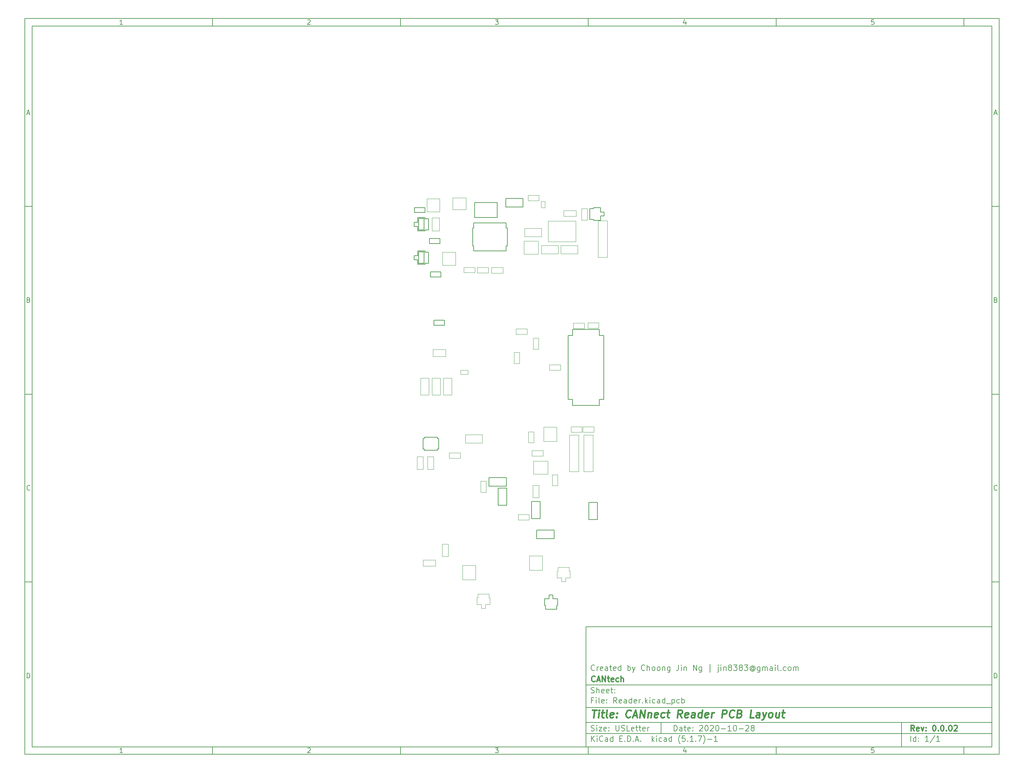
<source format=gbr>
%TF.GenerationSoftware,KiCad,Pcbnew,(5.1.7)-1*%
%TF.CreationDate,2020-10-28T10:31:12-07:00*%
%TF.ProjectId,Reader,52656164-6572-42e6-9b69-6361645f7063,0.0.02*%
%TF.SameCoordinates,Original*%
%TF.FileFunction,Other,User*%
%FSLAX46Y46*%
G04 Gerber Fmt 4.6, Leading zero omitted, Abs format (unit mm)*
G04 Created by KiCad (PCBNEW (5.1.7)-1) date 2020-10-28 10:31:12*
%MOMM*%
%LPD*%
G01*
G04 APERTURE LIST*
%ADD10C,0.100000*%
%ADD11C,0.150000*%
%ADD12C,0.300000*%
%ADD13C,0.400000*%
%ADD14C,0.050800*%
%ADD15C,0.152400*%
%ADD16C,0.050000*%
G04 APERTURE END LIST*
D10*
D11*
X159400000Y-171900000D02*
X159400000Y-203900000D01*
X267400000Y-203900000D01*
X267400000Y-171900000D01*
X159400000Y-171900000D01*
D10*
D11*
X10000000Y-10000000D02*
X10000000Y-205900000D01*
X269400000Y-205900000D01*
X269400000Y-10000000D01*
X10000000Y-10000000D01*
D10*
D11*
X12000000Y-12000000D02*
X12000000Y-203900000D01*
X267400000Y-203900000D01*
X267400000Y-12000000D01*
X12000000Y-12000000D01*
D10*
D11*
X60000000Y-12000000D02*
X60000000Y-10000000D01*
D10*
D11*
X110000000Y-12000000D02*
X110000000Y-10000000D01*
D10*
D11*
X160000000Y-12000000D02*
X160000000Y-10000000D01*
D10*
D11*
X210000000Y-12000000D02*
X210000000Y-10000000D01*
D10*
D11*
X260000000Y-12000000D02*
X260000000Y-10000000D01*
D10*
D11*
X36065476Y-11588095D02*
X35322619Y-11588095D01*
X35694047Y-11588095D02*
X35694047Y-10288095D01*
X35570238Y-10473809D01*
X35446428Y-10597619D01*
X35322619Y-10659523D01*
D10*
D11*
X85322619Y-10411904D02*
X85384523Y-10350000D01*
X85508333Y-10288095D01*
X85817857Y-10288095D01*
X85941666Y-10350000D01*
X86003571Y-10411904D01*
X86065476Y-10535714D01*
X86065476Y-10659523D01*
X86003571Y-10845238D01*
X85260714Y-11588095D01*
X86065476Y-11588095D01*
D10*
D11*
X135260714Y-10288095D02*
X136065476Y-10288095D01*
X135632142Y-10783333D01*
X135817857Y-10783333D01*
X135941666Y-10845238D01*
X136003571Y-10907142D01*
X136065476Y-11030952D01*
X136065476Y-11340476D01*
X136003571Y-11464285D01*
X135941666Y-11526190D01*
X135817857Y-11588095D01*
X135446428Y-11588095D01*
X135322619Y-11526190D01*
X135260714Y-11464285D01*
D10*
D11*
X185941666Y-10721428D02*
X185941666Y-11588095D01*
X185632142Y-10226190D02*
X185322619Y-11154761D01*
X186127380Y-11154761D01*
D10*
D11*
X236003571Y-10288095D02*
X235384523Y-10288095D01*
X235322619Y-10907142D01*
X235384523Y-10845238D01*
X235508333Y-10783333D01*
X235817857Y-10783333D01*
X235941666Y-10845238D01*
X236003571Y-10907142D01*
X236065476Y-11030952D01*
X236065476Y-11340476D01*
X236003571Y-11464285D01*
X235941666Y-11526190D01*
X235817857Y-11588095D01*
X235508333Y-11588095D01*
X235384523Y-11526190D01*
X235322619Y-11464285D01*
D10*
D11*
X60000000Y-203900000D02*
X60000000Y-205900000D01*
D10*
D11*
X110000000Y-203900000D02*
X110000000Y-205900000D01*
D10*
D11*
X160000000Y-203900000D02*
X160000000Y-205900000D01*
D10*
D11*
X210000000Y-203900000D02*
X210000000Y-205900000D01*
D10*
D11*
X260000000Y-203900000D02*
X260000000Y-205900000D01*
D10*
D11*
X36065476Y-205488095D02*
X35322619Y-205488095D01*
X35694047Y-205488095D02*
X35694047Y-204188095D01*
X35570238Y-204373809D01*
X35446428Y-204497619D01*
X35322619Y-204559523D01*
D10*
D11*
X85322619Y-204311904D02*
X85384523Y-204250000D01*
X85508333Y-204188095D01*
X85817857Y-204188095D01*
X85941666Y-204250000D01*
X86003571Y-204311904D01*
X86065476Y-204435714D01*
X86065476Y-204559523D01*
X86003571Y-204745238D01*
X85260714Y-205488095D01*
X86065476Y-205488095D01*
D10*
D11*
X135260714Y-204188095D02*
X136065476Y-204188095D01*
X135632142Y-204683333D01*
X135817857Y-204683333D01*
X135941666Y-204745238D01*
X136003571Y-204807142D01*
X136065476Y-204930952D01*
X136065476Y-205240476D01*
X136003571Y-205364285D01*
X135941666Y-205426190D01*
X135817857Y-205488095D01*
X135446428Y-205488095D01*
X135322619Y-205426190D01*
X135260714Y-205364285D01*
D10*
D11*
X185941666Y-204621428D02*
X185941666Y-205488095D01*
X185632142Y-204126190D02*
X185322619Y-205054761D01*
X186127380Y-205054761D01*
D10*
D11*
X236003571Y-204188095D02*
X235384523Y-204188095D01*
X235322619Y-204807142D01*
X235384523Y-204745238D01*
X235508333Y-204683333D01*
X235817857Y-204683333D01*
X235941666Y-204745238D01*
X236003571Y-204807142D01*
X236065476Y-204930952D01*
X236065476Y-205240476D01*
X236003571Y-205364285D01*
X235941666Y-205426190D01*
X235817857Y-205488095D01*
X235508333Y-205488095D01*
X235384523Y-205426190D01*
X235322619Y-205364285D01*
D10*
D11*
X10000000Y-60000000D02*
X12000000Y-60000000D01*
D10*
D11*
X10000000Y-110000000D02*
X12000000Y-110000000D01*
D10*
D11*
X10000000Y-160000000D02*
X12000000Y-160000000D01*
D10*
D11*
X10690476Y-35216666D02*
X11309523Y-35216666D01*
X10566666Y-35588095D02*
X11000000Y-34288095D01*
X11433333Y-35588095D01*
D10*
D11*
X11092857Y-84907142D02*
X11278571Y-84969047D01*
X11340476Y-85030952D01*
X11402380Y-85154761D01*
X11402380Y-85340476D01*
X11340476Y-85464285D01*
X11278571Y-85526190D01*
X11154761Y-85588095D01*
X10659523Y-85588095D01*
X10659523Y-84288095D01*
X11092857Y-84288095D01*
X11216666Y-84350000D01*
X11278571Y-84411904D01*
X11340476Y-84535714D01*
X11340476Y-84659523D01*
X11278571Y-84783333D01*
X11216666Y-84845238D01*
X11092857Y-84907142D01*
X10659523Y-84907142D01*
D10*
D11*
X11402380Y-135464285D02*
X11340476Y-135526190D01*
X11154761Y-135588095D01*
X11030952Y-135588095D01*
X10845238Y-135526190D01*
X10721428Y-135402380D01*
X10659523Y-135278571D01*
X10597619Y-135030952D01*
X10597619Y-134845238D01*
X10659523Y-134597619D01*
X10721428Y-134473809D01*
X10845238Y-134350000D01*
X11030952Y-134288095D01*
X11154761Y-134288095D01*
X11340476Y-134350000D01*
X11402380Y-134411904D01*
D10*
D11*
X10659523Y-185588095D02*
X10659523Y-184288095D01*
X10969047Y-184288095D01*
X11154761Y-184350000D01*
X11278571Y-184473809D01*
X11340476Y-184597619D01*
X11402380Y-184845238D01*
X11402380Y-185030952D01*
X11340476Y-185278571D01*
X11278571Y-185402380D01*
X11154761Y-185526190D01*
X10969047Y-185588095D01*
X10659523Y-185588095D01*
D10*
D11*
X269400000Y-60000000D02*
X267400000Y-60000000D01*
D10*
D11*
X269400000Y-110000000D02*
X267400000Y-110000000D01*
D10*
D11*
X269400000Y-160000000D02*
X267400000Y-160000000D01*
D10*
D11*
X268090476Y-35216666D02*
X268709523Y-35216666D01*
X267966666Y-35588095D02*
X268400000Y-34288095D01*
X268833333Y-35588095D01*
D10*
D11*
X268492857Y-84907142D02*
X268678571Y-84969047D01*
X268740476Y-85030952D01*
X268802380Y-85154761D01*
X268802380Y-85340476D01*
X268740476Y-85464285D01*
X268678571Y-85526190D01*
X268554761Y-85588095D01*
X268059523Y-85588095D01*
X268059523Y-84288095D01*
X268492857Y-84288095D01*
X268616666Y-84350000D01*
X268678571Y-84411904D01*
X268740476Y-84535714D01*
X268740476Y-84659523D01*
X268678571Y-84783333D01*
X268616666Y-84845238D01*
X268492857Y-84907142D01*
X268059523Y-84907142D01*
D10*
D11*
X268802380Y-135464285D02*
X268740476Y-135526190D01*
X268554761Y-135588095D01*
X268430952Y-135588095D01*
X268245238Y-135526190D01*
X268121428Y-135402380D01*
X268059523Y-135278571D01*
X267997619Y-135030952D01*
X267997619Y-134845238D01*
X268059523Y-134597619D01*
X268121428Y-134473809D01*
X268245238Y-134350000D01*
X268430952Y-134288095D01*
X268554761Y-134288095D01*
X268740476Y-134350000D01*
X268802380Y-134411904D01*
D10*
D11*
X268059523Y-185588095D02*
X268059523Y-184288095D01*
X268369047Y-184288095D01*
X268554761Y-184350000D01*
X268678571Y-184473809D01*
X268740476Y-184597619D01*
X268802380Y-184845238D01*
X268802380Y-185030952D01*
X268740476Y-185278571D01*
X268678571Y-185402380D01*
X268554761Y-185526190D01*
X268369047Y-185588095D01*
X268059523Y-185588095D01*
D10*
D11*
X182832142Y-199678571D02*
X182832142Y-198178571D01*
X183189285Y-198178571D01*
X183403571Y-198250000D01*
X183546428Y-198392857D01*
X183617857Y-198535714D01*
X183689285Y-198821428D01*
X183689285Y-199035714D01*
X183617857Y-199321428D01*
X183546428Y-199464285D01*
X183403571Y-199607142D01*
X183189285Y-199678571D01*
X182832142Y-199678571D01*
X184975000Y-199678571D02*
X184975000Y-198892857D01*
X184903571Y-198750000D01*
X184760714Y-198678571D01*
X184475000Y-198678571D01*
X184332142Y-198750000D01*
X184975000Y-199607142D02*
X184832142Y-199678571D01*
X184475000Y-199678571D01*
X184332142Y-199607142D01*
X184260714Y-199464285D01*
X184260714Y-199321428D01*
X184332142Y-199178571D01*
X184475000Y-199107142D01*
X184832142Y-199107142D01*
X184975000Y-199035714D01*
X185475000Y-198678571D02*
X186046428Y-198678571D01*
X185689285Y-198178571D02*
X185689285Y-199464285D01*
X185760714Y-199607142D01*
X185903571Y-199678571D01*
X186046428Y-199678571D01*
X187117857Y-199607142D02*
X186975000Y-199678571D01*
X186689285Y-199678571D01*
X186546428Y-199607142D01*
X186475000Y-199464285D01*
X186475000Y-198892857D01*
X186546428Y-198750000D01*
X186689285Y-198678571D01*
X186975000Y-198678571D01*
X187117857Y-198750000D01*
X187189285Y-198892857D01*
X187189285Y-199035714D01*
X186475000Y-199178571D01*
X187832142Y-199535714D02*
X187903571Y-199607142D01*
X187832142Y-199678571D01*
X187760714Y-199607142D01*
X187832142Y-199535714D01*
X187832142Y-199678571D01*
X187832142Y-198750000D02*
X187903571Y-198821428D01*
X187832142Y-198892857D01*
X187760714Y-198821428D01*
X187832142Y-198750000D01*
X187832142Y-198892857D01*
X189617857Y-198321428D02*
X189689285Y-198250000D01*
X189832142Y-198178571D01*
X190189285Y-198178571D01*
X190332142Y-198250000D01*
X190403571Y-198321428D01*
X190475000Y-198464285D01*
X190475000Y-198607142D01*
X190403571Y-198821428D01*
X189546428Y-199678571D01*
X190475000Y-199678571D01*
X191403571Y-198178571D02*
X191546428Y-198178571D01*
X191689285Y-198250000D01*
X191760714Y-198321428D01*
X191832142Y-198464285D01*
X191903571Y-198750000D01*
X191903571Y-199107142D01*
X191832142Y-199392857D01*
X191760714Y-199535714D01*
X191689285Y-199607142D01*
X191546428Y-199678571D01*
X191403571Y-199678571D01*
X191260714Y-199607142D01*
X191189285Y-199535714D01*
X191117857Y-199392857D01*
X191046428Y-199107142D01*
X191046428Y-198750000D01*
X191117857Y-198464285D01*
X191189285Y-198321428D01*
X191260714Y-198250000D01*
X191403571Y-198178571D01*
X192475000Y-198321428D02*
X192546428Y-198250000D01*
X192689285Y-198178571D01*
X193046428Y-198178571D01*
X193189285Y-198250000D01*
X193260714Y-198321428D01*
X193332142Y-198464285D01*
X193332142Y-198607142D01*
X193260714Y-198821428D01*
X192403571Y-199678571D01*
X193332142Y-199678571D01*
X194260714Y-198178571D02*
X194403571Y-198178571D01*
X194546428Y-198250000D01*
X194617857Y-198321428D01*
X194689285Y-198464285D01*
X194760714Y-198750000D01*
X194760714Y-199107142D01*
X194689285Y-199392857D01*
X194617857Y-199535714D01*
X194546428Y-199607142D01*
X194403571Y-199678571D01*
X194260714Y-199678571D01*
X194117857Y-199607142D01*
X194046428Y-199535714D01*
X193975000Y-199392857D01*
X193903571Y-199107142D01*
X193903571Y-198750000D01*
X193975000Y-198464285D01*
X194046428Y-198321428D01*
X194117857Y-198250000D01*
X194260714Y-198178571D01*
X195403571Y-199107142D02*
X196546428Y-199107142D01*
X198046428Y-199678571D02*
X197189285Y-199678571D01*
X197617857Y-199678571D02*
X197617857Y-198178571D01*
X197475000Y-198392857D01*
X197332142Y-198535714D01*
X197189285Y-198607142D01*
X198975000Y-198178571D02*
X199117857Y-198178571D01*
X199260714Y-198250000D01*
X199332142Y-198321428D01*
X199403571Y-198464285D01*
X199475000Y-198750000D01*
X199475000Y-199107142D01*
X199403571Y-199392857D01*
X199332142Y-199535714D01*
X199260714Y-199607142D01*
X199117857Y-199678571D01*
X198975000Y-199678571D01*
X198832142Y-199607142D01*
X198760714Y-199535714D01*
X198689285Y-199392857D01*
X198617857Y-199107142D01*
X198617857Y-198750000D01*
X198689285Y-198464285D01*
X198760714Y-198321428D01*
X198832142Y-198250000D01*
X198975000Y-198178571D01*
X200117857Y-199107142D02*
X201260714Y-199107142D01*
X201903571Y-198321428D02*
X201975000Y-198250000D01*
X202117857Y-198178571D01*
X202475000Y-198178571D01*
X202617857Y-198250000D01*
X202689285Y-198321428D01*
X202760714Y-198464285D01*
X202760714Y-198607142D01*
X202689285Y-198821428D01*
X201832142Y-199678571D01*
X202760714Y-199678571D01*
X203617857Y-198821428D02*
X203475000Y-198750000D01*
X203403571Y-198678571D01*
X203332142Y-198535714D01*
X203332142Y-198464285D01*
X203403571Y-198321428D01*
X203475000Y-198250000D01*
X203617857Y-198178571D01*
X203903571Y-198178571D01*
X204046428Y-198250000D01*
X204117857Y-198321428D01*
X204189285Y-198464285D01*
X204189285Y-198535714D01*
X204117857Y-198678571D01*
X204046428Y-198750000D01*
X203903571Y-198821428D01*
X203617857Y-198821428D01*
X203475000Y-198892857D01*
X203403571Y-198964285D01*
X203332142Y-199107142D01*
X203332142Y-199392857D01*
X203403571Y-199535714D01*
X203475000Y-199607142D01*
X203617857Y-199678571D01*
X203903571Y-199678571D01*
X204046428Y-199607142D01*
X204117857Y-199535714D01*
X204189285Y-199392857D01*
X204189285Y-199107142D01*
X204117857Y-198964285D01*
X204046428Y-198892857D01*
X203903571Y-198821428D01*
D10*
D11*
X159400000Y-200400000D02*
X267400000Y-200400000D01*
D10*
D11*
X160832142Y-202478571D02*
X160832142Y-200978571D01*
X161689285Y-202478571D02*
X161046428Y-201621428D01*
X161689285Y-200978571D02*
X160832142Y-201835714D01*
X162332142Y-202478571D02*
X162332142Y-201478571D01*
X162332142Y-200978571D02*
X162260714Y-201050000D01*
X162332142Y-201121428D01*
X162403571Y-201050000D01*
X162332142Y-200978571D01*
X162332142Y-201121428D01*
X163903571Y-202335714D02*
X163832142Y-202407142D01*
X163617857Y-202478571D01*
X163475000Y-202478571D01*
X163260714Y-202407142D01*
X163117857Y-202264285D01*
X163046428Y-202121428D01*
X162975000Y-201835714D01*
X162975000Y-201621428D01*
X163046428Y-201335714D01*
X163117857Y-201192857D01*
X163260714Y-201050000D01*
X163475000Y-200978571D01*
X163617857Y-200978571D01*
X163832142Y-201050000D01*
X163903571Y-201121428D01*
X165189285Y-202478571D02*
X165189285Y-201692857D01*
X165117857Y-201550000D01*
X164975000Y-201478571D01*
X164689285Y-201478571D01*
X164546428Y-201550000D01*
X165189285Y-202407142D02*
X165046428Y-202478571D01*
X164689285Y-202478571D01*
X164546428Y-202407142D01*
X164475000Y-202264285D01*
X164475000Y-202121428D01*
X164546428Y-201978571D01*
X164689285Y-201907142D01*
X165046428Y-201907142D01*
X165189285Y-201835714D01*
X166546428Y-202478571D02*
X166546428Y-200978571D01*
X166546428Y-202407142D02*
X166403571Y-202478571D01*
X166117857Y-202478571D01*
X165975000Y-202407142D01*
X165903571Y-202335714D01*
X165832142Y-202192857D01*
X165832142Y-201764285D01*
X165903571Y-201621428D01*
X165975000Y-201550000D01*
X166117857Y-201478571D01*
X166403571Y-201478571D01*
X166546428Y-201550000D01*
X168403571Y-201692857D02*
X168903571Y-201692857D01*
X169117857Y-202478571D02*
X168403571Y-202478571D01*
X168403571Y-200978571D01*
X169117857Y-200978571D01*
X169760714Y-202335714D02*
X169832142Y-202407142D01*
X169760714Y-202478571D01*
X169689285Y-202407142D01*
X169760714Y-202335714D01*
X169760714Y-202478571D01*
X170475000Y-202478571D02*
X170475000Y-200978571D01*
X170832142Y-200978571D01*
X171046428Y-201050000D01*
X171189285Y-201192857D01*
X171260714Y-201335714D01*
X171332142Y-201621428D01*
X171332142Y-201835714D01*
X171260714Y-202121428D01*
X171189285Y-202264285D01*
X171046428Y-202407142D01*
X170832142Y-202478571D01*
X170475000Y-202478571D01*
X171975000Y-202335714D02*
X172046428Y-202407142D01*
X171975000Y-202478571D01*
X171903571Y-202407142D01*
X171975000Y-202335714D01*
X171975000Y-202478571D01*
X172617857Y-202050000D02*
X173332142Y-202050000D01*
X172475000Y-202478571D02*
X172975000Y-200978571D01*
X173475000Y-202478571D01*
X173975000Y-202335714D02*
X174046428Y-202407142D01*
X173975000Y-202478571D01*
X173903571Y-202407142D01*
X173975000Y-202335714D01*
X173975000Y-202478571D01*
X176975000Y-202478571D02*
X176975000Y-200978571D01*
X177117857Y-201907142D02*
X177546428Y-202478571D01*
X177546428Y-201478571D02*
X176975000Y-202050000D01*
X178189285Y-202478571D02*
X178189285Y-201478571D01*
X178189285Y-200978571D02*
X178117857Y-201050000D01*
X178189285Y-201121428D01*
X178260714Y-201050000D01*
X178189285Y-200978571D01*
X178189285Y-201121428D01*
X179546428Y-202407142D02*
X179403571Y-202478571D01*
X179117857Y-202478571D01*
X178975000Y-202407142D01*
X178903571Y-202335714D01*
X178832142Y-202192857D01*
X178832142Y-201764285D01*
X178903571Y-201621428D01*
X178975000Y-201550000D01*
X179117857Y-201478571D01*
X179403571Y-201478571D01*
X179546428Y-201550000D01*
X180832142Y-202478571D02*
X180832142Y-201692857D01*
X180760714Y-201550000D01*
X180617857Y-201478571D01*
X180332142Y-201478571D01*
X180189285Y-201550000D01*
X180832142Y-202407142D02*
X180689285Y-202478571D01*
X180332142Y-202478571D01*
X180189285Y-202407142D01*
X180117857Y-202264285D01*
X180117857Y-202121428D01*
X180189285Y-201978571D01*
X180332142Y-201907142D01*
X180689285Y-201907142D01*
X180832142Y-201835714D01*
X182189285Y-202478571D02*
X182189285Y-200978571D01*
X182189285Y-202407142D02*
X182046428Y-202478571D01*
X181760714Y-202478571D01*
X181617857Y-202407142D01*
X181546428Y-202335714D01*
X181475000Y-202192857D01*
X181475000Y-201764285D01*
X181546428Y-201621428D01*
X181617857Y-201550000D01*
X181760714Y-201478571D01*
X182046428Y-201478571D01*
X182189285Y-201550000D01*
X184475000Y-203050000D02*
X184403571Y-202978571D01*
X184260714Y-202764285D01*
X184189285Y-202621428D01*
X184117857Y-202407142D01*
X184046428Y-202050000D01*
X184046428Y-201764285D01*
X184117857Y-201407142D01*
X184189285Y-201192857D01*
X184260714Y-201050000D01*
X184403571Y-200835714D01*
X184475000Y-200764285D01*
X185760714Y-200978571D02*
X185046428Y-200978571D01*
X184975000Y-201692857D01*
X185046428Y-201621428D01*
X185189285Y-201550000D01*
X185546428Y-201550000D01*
X185689285Y-201621428D01*
X185760714Y-201692857D01*
X185832142Y-201835714D01*
X185832142Y-202192857D01*
X185760714Y-202335714D01*
X185689285Y-202407142D01*
X185546428Y-202478571D01*
X185189285Y-202478571D01*
X185046428Y-202407142D01*
X184975000Y-202335714D01*
X186475000Y-202335714D02*
X186546428Y-202407142D01*
X186475000Y-202478571D01*
X186403571Y-202407142D01*
X186475000Y-202335714D01*
X186475000Y-202478571D01*
X187975000Y-202478571D02*
X187117857Y-202478571D01*
X187546428Y-202478571D02*
X187546428Y-200978571D01*
X187403571Y-201192857D01*
X187260714Y-201335714D01*
X187117857Y-201407142D01*
X188617857Y-202335714D02*
X188689285Y-202407142D01*
X188617857Y-202478571D01*
X188546428Y-202407142D01*
X188617857Y-202335714D01*
X188617857Y-202478571D01*
X189189285Y-200978571D02*
X190189285Y-200978571D01*
X189546428Y-202478571D01*
X190617857Y-203050000D02*
X190689285Y-202978571D01*
X190832142Y-202764285D01*
X190903571Y-202621428D01*
X190975000Y-202407142D01*
X191046428Y-202050000D01*
X191046428Y-201764285D01*
X190975000Y-201407142D01*
X190903571Y-201192857D01*
X190832142Y-201050000D01*
X190689285Y-200835714D01*
X190617857Y-200764285D01*
X191760714Y-201907142D02*
X192903571Y-201907142D01*
X194403571Y-202478571D02*
X193546428Y-202478571D01*
X193975000Y-202478571D02*
X193975000Y-200978571D01*
X193832142Y-201192857D01*
X193689285Y-201335714D01*
X193546428Y-201407142D01*
D10*
D11*
X159400000Y-197400000D02*
X267400000Y-197400000D01*
D10*
D12*
X246809285Y-199678571D02*
X246309285Y-198964285D01*
X245952142Y-199678571D02*
X245952142Y-198178571D01*
X246523571Y-198178571D01*
X246666428Y-198250000D01*
X246737857Y-198321428D01*
X246809285Y-198464285D01*
X246809285Y-198678571D01*
X246737857Y-198821428D01*
X246666428Y-198892857D01*
X246523571Y-198964285D01*
X245952142Y-198964285D01*
X248023571Y-199607142D02*
X247880714Y-199678571D01*
X247595000Y-199678571D01*
X247452142Y-199607142D01*
X247380714Y-199464285D01*
X247380714Y-198892857D01*
X247452142Y-198750000D01*
X247595000Y-198678571D01*
X247880714Y-198678571D01*
X248023571Y-198750000D01*
X248095000Y-198892857D01*
X248095000Y-199035714D01*
X247380714Y-199178571D01*
X248595000Y-198678571D02*
X248952142Y-199678571D01*
X249309285Y-198678571D01*
X249880714Y-199535714D02*
X249952142Y-199607142D01*
X249880714Y-199678571D01*
X249809285Y-199607142D01*
X249880714Y-199535714D01*
X249880714Y-199678571D01*
X249880714Y-198750000D02*
X249952142Y-198821428D01*
X249880714Y-198892857D01*
X249809285Y-198821428D01*
X249880714Y-198750000D01*
X249880714Y-198892857D01*
X252023571Y-198178571D02*
X252166428Y-198178571D01*
X252309285Y-198250000D01*
X252380714Y-198321428D01*
X252452142Y-198464285D01*
X252523571Y-198750000D01*
X252523571Y-199107142D01*
X252452142Y-199392857D01*
X252380714Y-199535714D01*
X252309285Y-199607142D01*
X252166428Y-199678571D01*
X252023571Y-199678571D01*
X251880714Y-199607142D01*
X251809285Y-199535714D01*
X251737857Y-199392857D01*
X251666428Y-199107142D01*
X251666428Y-198750000D01*
X251737857Y-198464285D01*
X251809285Y-198321428D01*
X251880714Y-198250000D01*
X252023571Y-198178571D01*
X253166428Y-199535714D02*
X253237857Y-199607142D01*
X253166428Y-199678571D01*
X253095000Y-199607142D01*
X253166428Y-199535714D01*
X253166428Y-199678571D01*
X254166428Y-198178571D02*
X254309285Y-198178571D01*
X254452142Y-198250000D01*
X254523571Y-198321428D01*
X254595000Y-198464285D01*
X254666428Y-198750000D01*
X254666428Y-199107142D01*
X254595000Y-199392857D01*
X254523571Y-199535714D01*
X254452142Y-199607142D01*
X254309285Y-199678571D01*
X254166428Y-199678571D01*
X254023571Y-199607142D01*
X253952142Y-199535714D01*
X253880714Y-199392857D01*
X253809285Y-199107142D01*
X253809285Y-198750000D01*
X253880714Y-198464285D01*
X253952142Y-198321428D01*
X254023571Y-198250000D01*
X254166428Y-198178571D01*
X255309285Y-199535714D02*
X255380714Y-199607142D01*
X255309285Y-199678571D01*
X255237857Y-199607142D01*
X255309285Y-199535714D01*
X255309285Y-199678571D01*
X256309285Y-198178571D02*
X256452142Y-198178571D01*
X256595000Y-198250000D01*
X256666428Y-198321428D01*
X256737857Y-198464285D01*
X256809285Y-198750000D01*
X256809285Y-199107142D01*
X256737857Y-199392857D01*
X256666428Y-199535714D01*
X256595000Y-199607142D01*
X256452142Y-199678571D01*
X256309285Y-199678571D01*
X256166428Y-199607142D01*
X256095000Y-199535714D01*
X256023571Y-199392857D01*
X255952142Y-199107142D01*
X255952142Y-198750000D01*
X256023571Y-198464285D01*
X256095000Y-198321428D01*
X256166428Y-198250000D01*
X256309285Y-198178571D01*
X257380714Y-198321428D02*
X257452142Y-198250000D01*
X257595000Y-198178571D01*
X257952142Y-198178571D01*
X258095000Y-198250000D01*
X258166428Y-198321428D01*
X258237857Y-198464285D01*
X258237857Y-198607142D01*
X258166428Y-198821428D01*
X257309285Y-199678571D01*
X258237857Y-199678571D01*
D10*
D11*
X160760714Y-199607142D02*
X160975000Y-199678571D01*
X161332142Y-199678571D01*
X161475000Y-199607142D01*
X161546428Y-199535714D01*
X161617857Y-199392857D01*
X161617857Y-199250000D01*
X161546428Y-199107142D01*
X161475000Y-199035714D01*
X161332142Y-198964285D01*
X161046428Y-198892857D01*
X160903571Y-198821428D01*
X160832142Y-198750000D01*
X160760714Y-198607142D01*
X160760714Y-198464285D01*
X160832142Y-198321428D01*
X160903571Y-198250000D01*
X161046428Y-198178571D01*
X161403571Y-198178571D01*
X161617857Y-198250000D01*
X162260714Y-199678571D02*
X162260714Y-198678571D01*
X162260714Y-198178571D02*
X162189285Y-198250000D01*
X162260714Y-198321428D01*
X162332142Y-198250000D01*
X162260714Y-198178571D01*
X162260714Y-198321428D01*
X162832142Y-198678571D02*
X163617857Y-198678571D01*
X162832142Y-199678571D01*
X163617857Y-199678571D01*
X164760714Y-199607142D02*
X164617857Y-199678571D01*
X164332142Y-199678571D01*
X164189285Y-199607142D01*
X164117857Y-199464285D01*
X164117857Y-198892857D01*
X164189285Y-198750000D01*
X164332142Y-198678571D01*
X164617857Y-198678571D01*
X164760714Y-198750000D01*
X164832142Y-198892857D01*
X164832142Y-199035714D01*
X164117857Y-199178571D01*
X165475000Y-199535714D02*
X165546428Y-199607142D01*
X165475000Y-199678571D01*
X165403571Y-199607142D01*
X165475000Y-199535714D01*
X165475000Y-199678571D01*
X165475000Y-198750000D02*
X165546428Y-198821428D01*
X165475000Y-198892857D01*
X165403571Y-198821428D01*
X165475000Y-198750000D01*
X165475000Y-198892857D01*
X167332142Y-198178571D02*
X167332142Y-199392857D01*
X167403571Y-199535714D01*
X167475000Y-199607142D01*
X167617857Y-199678571D01*
X167903571Y-199678571D01*
X168046428Y-199607142D01*
X168117857Y-199535714D01*
X168189285Y-199392857D01*
X168189285Y-198178571D01*
X168832142Y-199607142D02*
X169046428Y-199678571D01*
X169403571Y-199678571D01*
X169546428Y-199607142D01*
X169617857Y-199535714D01*
X169689285Y-199392857D01*
X169689285Y-199250000D01*
X169617857Y-199107142D01*
X169546428Y-199035714D01*
X169403571Y-198964285D01*
X169117857Y-198892857D01*
X168975000Y-198821428D01*
X168903571Y-198750000D01*
X168832142Y-198607142D01*
X168832142Y-198464285D01*
X168903571Y-198321428D01*
X168975000Y-198250000D01*
X169117857Y-198178571D01*
X169475000Y-198178571D01*
X169689285Y-198250000D01*
X171046428Y-199678571D02*
X170332142Y-199678571D01*
X170332142Y-198178571D01*
X172117857Y-199607142D02*
X171975000Y-199678571D01*
X171689285Y-199678571D01*
X171546428Y-199607142D01*
X171475000Y-199464285D01*
X171475000Y-198892857D01*
X171546428Y-198750000D01*
X171689285Y-198678571D01*
X171975000Y-198678571D01*
X172117857Y-198750000D01*
X172189285Y-198892857D01*
X172189285Y-199035714D01*
X171475000Y-199178571D01*
X172617857Y-198678571D02*
X173189285Y-198678571D01*
X172832142Y-198178571D02*
X172832142Y-199464285D01*
X172903571Y-199607142D01*
X173046428Y-199678571D01*
X173189285Y-199678571D01*
X173475000Y-198678571D02*
X174046428Y-198678571D01*
X173689285Y-198178571D02*
X173689285Y-199464285D01*
X173760714Y-199607142D01*
X173903571Y-199678571D01*
X174046428Y-199678571D01*
X175117857Y-199607142D02*
X174975000Y-199678571D01*
X174689285Y-199678571D01*
X174546428Y-199607142D01*
X174475000Y-199464285D01*
X174475000Y-198892857D01*
X174546428Y-198750000D01*
X174689285Y-198678571D01*
X174975000Y-198678571D01*
X175117857Y-198750000D01*
X175189285Y-198892857D01*
X175189285Y-199035714D01*
X174475000Y-199178571D01*
X175832142Y-199678571D02*
X175832142Y-198678571D01*
X175832142Y-198964285D02*
X175903571Y-198821428D01*
X175975000Y-198750000D01*
X176117857Y-198678571D01*
X176260714Y-198678571D01*
D10*
D11*
X245832142Y-202478571D02*
X245832142Y-200978571D01*
X247189285Y-202478571D02*
X247189285Y-200978571D01*
X247189285Y-202407142D02*
X247046428Y-202478571D01*
X246760714Y-202478571D01*
X246617857Y-202407142D01*
X246546428Y-202335714D01*
X246475000Y-202192857D01*
X246475000Y-201764285D01*
X246546428Y-201621428D01*
X246617857Y-201550000D01*
X246760714Y-201478571D01*
X247046428Y-201478571D01*
X247189285Y-201550000D01*
X247903571Y-202335714D02*
X247975000Y-202407142D01*
X247903571Y-202478571D01*
X247832142Y-202407142D01*
X247903571Y-202335714D01*
X247903571Y-202478571D01*
X247903571Y-201550000D02*
X247975000Y-201621428D01*
X247903571Y-201692857D01*
X247832142Y-201621428D01*
X247903571Y-201550000D01*
X247903571Y-201692857D01*
X250546428Y-202478571D02*
X249689285Y-202478571D01*
X250117857Y-202478571D02*
X250117857Y-200978571D01*
X249975000Y-201192857D01*
X249832142Y-201335714D01*
X249689285Y-201407142D01*
X252260714Y-200907142D02*
X250975000Y-202835714D01*
X253546428Y-202478571D02*
X252689285Y-202478571D01*
X253117857Y-202478571D02*
X253117857Y-200978571D01*
X252975000Y-201192857D01*
X252832142Y-201335714D01*
X252689285Y-201407142D01*
D10*
D11*
X159400000Y-193400000D02*
X267400000Y-193400000D01*
D10*
D13*
X161112380Y-194104761D02*
X162255238Y-194104761D01*
X161433809Y-196104761D02*
X161683809Y-194104761D01*
X162671904Y-196104761D02*
X162838571Y-194771428D01*
X162921904Y-194104761D02*
X162814761Y-194200000D01*
X162898095Y-194295238D01*
X163005238Y-194200000D01*
X162921904Y-194104761D01*
X162898095Y-194295238D01*
X163505238Y-194771428D02*
X164267142Y-194771428D01*
X163874285Y-194104761D02*
X163660000Y-195819047D01*
X163731428Y-196009523D01*
X163910000Y-196104761D01*
X164100476Y-196104761D01*
X165052857Y-196104761D02*
X164874285Y-196009523D01*
X164802857Y-195819047D01*
X165017142Y-194104761D01*
X166588571Y-196009523D02*
X166386190Y-196104761D01*
X166005238Y-196104761D01*
X165826666Y-196009523D01*
X165755238Y-195819047D01*
X165850476Y-195057142D01*
X165969523Y-194866666D01*
X166171904Y-194771428D01*
X166552857Y-194771428D01*
X166731428Y-194866666D01*
X166802857Y-195057142D01*
X166779047Y-195247619D01*
X165802857Y-195438095D01*
X167552857Y-195914285D02*
X167636190Y-196009523D01*
X167529047Y-196104761D01*
X167445714Y-196009523D01*
X167552857Y-195914285D01*
X167529047Y-196104761D01*
X167683809Y-194866666D02*
X167767142Y-194961904D01*
X167660000Y-195057142D01*
X167576666Y-194961904D01*
X167683809Y-194866666D01*
X167660000Y-195057142D01*
X171171904Y-195914285D02*
X171064761Y-196009523D01*
X170767142Y-196104761D01*
X170576666Y-196104761D01*
X170302857Y-196009523D01*
X170136190Y-195819047D01*
X170064761Y-195628571D01*
X170017142Y-195247619D01*
X170052857Y-194961904D01*
X170195714Y-194580952D01*
X170314761Y-194390476D01*
X170529047Y-194200000D01*
X170826666Y-194104761D01*
X171017142Y-194104761D01*
X171290952Y-194200000D01*
X171374285Y-194295238D01*
X171981428Y-195533333D02*
X172933809Y-195533333D01*
X171719523Y-196104761D02*
X172636190Y-194104761D01*
X173052857Y-196104761D01*
X173719523Y-196104761D02*
X173969523Y-194104761D01*
X174862380Y-196104761D01*
X175112380Y-194104761D01*
X175981428Y-194771428D02*
X175814761Y-196104761D01*
X175957619Y-194961904D02*
X176064761Y-194866666D01*
X176267142Y-194771428D01*
X176552857Y-194771428D01*
X176731428Y-194866666D01*
X176802857Y-195057142D01*
X176671904Y-196104761D01*
X178398095Y-196009523D02*
X178195714Y-196104761D01*
X177814761Y-196104761D01*
X177636190Y-196009523D01*
X177564761Y-195819047D01*
X177660000Y-195057142D01*
X177779047Y-194866666D01*
X177981428Y-194771428D01*
X178362380Y-194771428D01*
X178540952Y-194866666D01*
X178612380Y-195057142D01*
X178588571Y-195247619D01*
X177612380Y-195438095D01*
X180207619Y-196009523D02*
X180005238Y-196104761D01*
X179624285Y-196104761D01*
X179445714Y-196009523D01*
X179362380Y-195914285D01*
X179290952Y-195723809D01*
X179362380Y-195152380D01*
X179481428Y-194961904D01*
X179588571Y-194866666D01*
X179790952Y-194771428D01*
X180171904Y-194771428D01*
X180350476Y-194866666D01*
X180933809Y-194771428D02*
X181695714Y-194771428D01*
X181302857Y-194104761D02*
X181088571Y-195819047D01*
X181160000Y-196009523D01*
X181338571Y-196104761D01*
X181529047Y-196104761D01*
X184862380Y-196104761D02*
X184314761Y-195152380D01*
X183719523Y-196104761D02*
X183969523Y-194104761D01*
X184731428Y-194104761D01*
X184910000Y-194200000D01*
X184993333Y-194295238D01*
X185064761Y-194485714D01*
X185029047Y-194771428D01*
X184910000Y-194961904D01*
X184802857Y-195057142D01*
X184600476Y-195152380D01*
X183838571Y-195152380D01*
X186493333Y-196009523D02*
X186290952Y-196104761D01*
X185910000Y-196104761D01*
X185731428Y-196009523D01*
X185660000Y-195819047D01*
X185755238Y-195057142D01*
X185874285Y-194866666D01*
X186076666Y-194771428D01*
X186457619Y-194771428D01*
X186636190Y-194866666D01*
X186707619Y-195057142D01*
X186683809Y-195247619D01*
X185707619Y-195438095D01*
X188290952Y-196104761D02*
X188421904Y-195057142D01*
X188350476Y-194866666D01*
X188171904Y-194771428D01*
X187790952Y-194771428D01*
X187588571Y-194866666D01*
X188302857Y-196009523D02*
X188100476Y-196104761D01*
X187624285Y-196104761D01*
X187445714Y-196009523D01*
X187374285Y-195819047D01*
X187398095Y-195628571D01*
X187517142Y-195438095D01*
X187719523Y-195342857D01*
X188195714Y-195342857D01*
X188398095Y-195247619D01*
X190100476Y-196104761D02*
X190350476Y-194104761D01*
X190112380Y-196009523D02*
X189910000Y-196104761D01*
X189529047Y-196104761D01*
X189350476Y-196009523D01*
X189267142Y-195914285D01*
X189195714Y-195723809D01*
X189267142Y-195152380D01*
X189386190Y-194961904D01*
X189493333Y-194866666D01*
X189695714Y-194771428D01*
X190076666Y-194771428D01*
X190255238Y-194866666D01*
X191826666Y-196009523D02*
X191624285Y-196104761D01*
X191243333Y-196104761D01*
X191064761Y-196009523D01*
X190993333Y-195819047D01*
X191088571Y-195057142D01*
X191207619Y-194866666D01*
X191410000Y-194771428D01*
X191790952Y-194771428D01*
X191969523Y-194866666D01*
X192040952Y-195057142D01*
X192017142Y-195247619D01*
X191040952Y-195438095D01*
X192767142Y-196104761D02*
X192933809Y-194771428D01*
X192886190Y-195152380D02*
X193005238Y-194961904D01*
X193112380Y-194866666D01*
X193314761Y-194771428D01*
X193505238Y-194771428D01*
X195529047Y-196104761D02*
X195779047Y-194104761D01*
X196540952Y-194104761D01*
X196719523Y-194200000D01*
X196802857Y-194295238D01*
X196874285Y-194485714D01*
X196838571Y-194771428D01*
X196719523Y-194961904D01*
X196612380Y-195057142D01*
X196410000Y-195152380D01*
X195648095Y-195152380D01*
X198695714Y-195914285D02*
X198588571Y-196009523D01*
X198290952Y-196104761D01*
X198100476Y-196104761D01*
X197826666Y-196009523D01*
X197660000Y-195819047D01*
X197588571Y-195628571D01*
X197540952Y-195247619D01*
X197576666Y-194961904D01*
X197719523Y-194580952D01*
X197838571Y-194390476D01*
X198052857Y-194200000D01*
X198350476Y-194104761D01*
X198540952Y-194104761D01*
X198814761Y-194200000D01*
X198898095Y-194295238D01*
X200326666Y-195057142D02*
X200600476Y-195152380D01*
X200683809Y-195247619D01*
X200755238Y-195438095D01*
X200719523Y-195723809D01*
X200600476Y-195914285D01*
X200493333Y-196009523D01*
X200290952Y-196104761D01*
X199529047Y-196104761D01*
X199779047Y-194104761D01*
X200445714Y-194104761D01*
X200624285Y-194200000D01*
X200707619Y-194295238D01*
X200779047Y-194485714D01*
X200755238Y-194676190D01*
X200636190Y-194866666D01*
X200529047Y-194961904D01*
X200326666Y-195057142D01*
X199660000Y-195057142D01*
X204005238Y-196104761D02*
X203052857Y-196104761D01*
X203302857Y-194104761D01*
X205529047Y-196104761D02*
X205660000Y-195057142D01*
X205588571Y-194866666D01*
X205410000Y-194771428D01*
X205029047Y-194771428D01*
X204826666Y-194866666D01*
X205540952Y-196009523D02*
X205338571Y-196104761D01*
X204862380Y-196104761D01*
X204683809Y-196009523D01*
X204612380Y-195819047D01*
X204636190Y-195628571D01*
X204755238Y-195438095D01*
X204957619Y-195342857D01*
X205433809Y-195342857D01*
X205636190Y-195247619D01*
X206457619Y-194771428D02*
X206767142Y-196104761D01*
X207410000Y-194771428D02*
X206767142Y-196104761D01*
X206517142Y-196580952D01*
X206410000Y-196676190D01*
X206207619Y-196771428D01*
X208290952Y-196104761D02*
X208112380Y-196009523D01*
X208029047Y-195914285D01*
X207957619Y-195723809D01*
X208029047Y-195152380D01*
X208148095Y-194961904D01*
X208255238Y-194866666D01*
X208457619Y-194771428D01*
X208743333Y-194771428D01*
X208921904Y-194866666D01*
X209005238Y-194961904D01*
X209076666Y-195152380D01*
X209005238Y-195723809D01*
X208886190Y-195914285D01*
X208779047Y-196009523D01*
X208576666Y-196104761D01*
X208290952Y-196104761D01*
X210838571Y-194771428D02*
X210671904Y-196104761D01*
X209981428Y-194771428D02*
X209850476Y-195819047D01*
X209921904Y-196009523D01*
X210100476Y-196104761D01*
X210386190Y-196104761D01*
X210588571Y-196009523D01*
X210695714Y-195914285D01*
X211505238Y-194771428D02*
X212267142Y-194771428D01*
X211874285Y-194104761D02*
X211659999Y-195819047D01*
X211731428Y-196009523D01*
X211909999Y-196104761D01*
X212100476Y-196104761D01*
D10*
D11*
X161332142Y-191492857D02*
X160832142Y-191492857D01*
X160832142Y-192278571D02*
X160832142Y-190778571D01*
X161546428Y-190778571D01*
X162117857Y-192278571D02*
X162117857Y-191278571D01*
X162117857Y-190778571D02*
X162046428Y-190850000D01*
X162117857Y-190921428D01*
X162189285Y-190850000D01*
X162117857Y-190778571D01*
X162117857Y-190921428D01*
X163046428Y-192278571D02*
X162903571Y-192207142D01*
X162832142Y-192064285D01*
X162832142Y-190778571D01*
X164189285Y-192207142D02*
X164046428Y-192278571D01*
X163760714Y-192278571D01*
X163617857Y-192207142D01*
X163546428Y-192064285D01*
X163546428Y-191492857D01*
X163617857Y-191350000D01*
X163760714Y-191278571D01*
X164046428Y-191278571D01*
X164189285Y-191350000D01*
X164260714Y-191492857D01*
X164260714Y-191635714D01*
X163546428Y-191778571D01*
X164903571Y-192135714D02*
X164975000Y-192207142D01*
X164903571Y-192278571D01*
X164832142Y-192207142D01*
X164903571Y-192135714D01*
X164903571Y-192278571D01*
X164903571Y-191350000D02*
X164975000Y-191421428D01*
X164903571Y-191492857D01*
X164832142Y-191421428D01*
X164903571Y-191350000D01*
X164903571Y-191492857D01*
X167617857Y-192278571D02*
X167117857Y-191564285D01*
X166760714Y-192278571D02*
X166760714Y-190778571D01*
X167332142Y-190778571D01*
X167475000Y-190850000D01*
X167546428Y-190921428D01*
X167617857Y-191064285D01*
X167617857Y-191278571D01*
X167546428Y-191421428D01*
X167475000Y-191492857D01*
X167332142Y-191564285D01*
X166760714Y-191564285D01*
X168832142Y-192207142D02*
X168689285Y-192278571D01*
X168403571Y-192278571D01*
X168260714Y-192207142D01*
X168189285Y-192064285D01*
X168189285Y-191492857D01*
X168260714Y-191350000D01*
X168403571Y-191278571D01*
X168689285Y-191278571D01*
X168832142Y-191350000D01*
X168903571Y-191492857D01*
X168903571Y-191635714D01*
X168189285Y-191778571D01*
X170189285Y-192278571D02*
X170189285Y-191492857D01*
X170117857Y-191350000D01*
X169975000Y-191278571D01*
X169689285Y-191278571D01*
X169546428Y-191350000D01*
X170189285Y-192207142D02*
X170046428Y-192278571D01*
X169689285Y-192278571D01*
X169546428Y-192207142D01*
X169475000Y-192064285D01*
X169475000Y-191921428D01*
X169546428Y-191778571D01*
X169689285Y-191707142D01*
X170046428Y-191707142D01*
X170189285Y-191635714D01*
X171546428Y-192278571D02*
X171546428Y-190778571D01*
X171546428Y-192207142D02*
X171403571Y-192278571D01*
X171117857Y-192278571D01*
X170975000Y-192207142D01*
X170903571Y-192135714D01*
X170832142Y-191992857D01*
X170832142Y-191564285D01*
X170903571Y-191421428D01*
X170975000Y-191350000D01*
X171117857Y-191278571D01*
X171403571Y-191278571D01*
X171546428Y-191350000D01*
X172832142Y-192207142D02*
X172689285Y-192278571D01*
X172403571Y-192278571D01*
X172260714Y-192207142D01*
X172189285Y-192064285D01*
X172189285Y-191492857D01*
X172260714Y-191350000D01*
X172403571Y-191278571D01*
X172689285Y-191278571D01*
X172832142Y-191350000D01*
X172903571Y-191492857D01*
X172903571Y-191635714D01*
X172189285Y-191778571D01*
X173546428Y-192278571D02*
X173546428Y-191278571D01*
X173546428Y-191564285D02*
X173617857Y-191421428D01*
X173689285Y-191350000D01*
X173832142Y-191278571D01*
X173975000Y-191278571D01*
X174475000Y-192135714D02*
X174546428Y-192207142D01*
X174475000Y-192278571D01*
X174403571Y-192207142D01*
X174475000Y-192135714D01*
X174475000Y-192278571D01*
X175189285Y-192278571D02*
X175189285Y-190778571D01*
X175332142Y-191707142D02*
X175760714Y-192278571D01*
X175760714Y-191278571D02*
X175189285Y-191850000D01*
X176403571Y-192278571D02*
X176403571Y-191278571D01*
X176403571Y-190778571D02*
X176332142Y-190850000D01*
X176403571Y-190921428D01*
X176475000Y-190850000D01*
X176403571Y-190778571D01*
X176403571Y-190921428D01*
X177760714Y-192207142D02*
X177617857Y-192278571D01*
X177332142Y-192278571D01*
X177189285Y-192207142D01*
X177117857Y-192135714D01*
X177046428Y-191992857D01*
X177046428Y-191564285D01*
X177117857Y-191421428D01*
X177189285Y-191350000D01*
X177332142Y-191278571D01*
X177617857Y-191278571D01*
X177760714Y-191350000D01*
X179046428Y-192278571D02*
X179046428Y-191492857D01*
X178975000Y-191350000D01*
X178832142Y-191278571D01*
X178546428Y-191278571D01*
X178403571Y-191350000D01*
X179046428Y-192207142D02*
X178903571Y-192278571D01*
X178546428Y-192278571D01*
X178403571Y-192207142D01*
X178332142Y-192064285D01*
X178332142Y-191921428D01*
X178403571Y-191778571D01*
X178546428Y-191707142D01*
X178903571Y-191707142D01*
X179046428Y-191635714D01*
X180403571Y-192278571D02*
X180403571Y-190778571D01*
X180403571Y-192207142D02*
X180260714Y-192278571D01*
X179975000Y-192278571D01*
X179832142Y-192207142D01*
X179760714Y-192135714D01*
X179689285Y-191992857D01*
X179689285Y-191564285D01*
X179760714Y-191421428D01*
X179832142Y-191350000D01*
X179975000Y-191278571D01*
X180260714Y-191278571D01*
X180403571Y-191350000D01*
X180760714Y-192421428D02*
X181903571Y-192421428D01*
X182260714Y-191278571D02*
X182260714Y-192778571D01*
X182260714Y-191350000D02*
X182403571Y-191278571D01*
X182689285Y-191278571D01*
X182832142Y-191350000D01*
X182903571Y-191421428D01*
X182975000Y-191564285D01*
X182975000Y-191992857D01*
X182903571Y-192135714D01*
X182832142Y-192207142D01*
X182689285Y-192278571D01*
X182403571Y-192278571D01*
X182260714Y-192207142D01*
X184260714Y-192207142D02*
X184117857Y-192278571D01*
X183832142Y-192278571D01*
X183689285Y-192207142D01*
X183617857Y-192135714D01*
X183546428Y-191992857D01*
X183546428Y-191564285D01*
X183617857Y-191421428D01*
X183689285Y-191350000D01*
X183832142Y-191278571D01*
X184117857Y-191278571D01*
X184260714Y-191350000D01*
X184903571Y-192278571D02*
X184903571Y-190778571D01*
X184903571Y-191350000D02*
X185046428Y-191278571D01*
X185332142Y-191278571D01*
X185475000Y-191350000D01*
X185546428Y-191421428D01*
X185617857Y-191564285D01*
X185617857Y-191992857D01*
X185546428Y-192135714D01*
X185475000Y-192207142D01*
X185332142Y-192278571D01*
X185046428Y-192278571D01*
X184903571Y-192207142D01*
D10*
D11*
X159400000Y-187400000D02*
X267400000Y-187400000D01*
D10*
D11*
X160760714Y-189507142D02*
X160975000Y-189578571D01*
X161332142Y-189578571D01*
X161475000Y-189507142D01*
X161546428Y-189435714D01*
X161617857Y-189292857D01*
X161617857Y-189150000D01*
X161546428Y-189007142D01*
X161475000Y-188935714D01*
X161332142Y-188864285D01*
X161046428Y-188792857D01*
X160903571Y-188721428D01*
X160832142Y-188650000D01*
X160760714Y-188507142D01*
X160760714Y-188364285D01*
X160832142Y-188221428D01*
X160903571Y-188150000D01*
X161046428Y-188078571D01*
X161403571Y-188078571D01*
X161617857Y-188150000D01*
X162260714Y-189578571D02*
X162260714Y-188078571D01*
X162903571Y-189578571D02*
X162903571Y-188792857D01*
X162832142Y-188650000D01*
X162689285Y-188578571D01*
X162475000Y-188578571D01*
X162332142Y-188650000D01*
X162260714Y-188721428D01*
X164189285Y-189507142D02*
X164046428Y-189578571D01*
X163760714Y-189578571D01*
X163617857Y-189507142D01*
X163546428Y-189364285D01*
X163546428Y-188792857D01*
X163617857Y-188650000D01*
X163760714Y-188578571D01*
X164046428Y-188578571D01*
X164189285Y-188650000D01*
X164260714Y-188792857D01*
X164260714Y-188935714D01*
X163546428Y-189078571D01*
X165475000Y-189507142D02*
X165332142Y-189578571D01*
X165046428Y-189578571D01*
X164903571Y-189507142D01*
X164832142Y-189364285D01*
X164832142Y-188792857D01*
X164903571Y-188650000D01*
X165046428Y-188578571D01*
X165332142Y-188578571D01*
X165475000Y-188650000D01*
X165546428Y-188792857D01*
X165546428Y-188935714D01*
X164832142Y-189078571D01*
X165975000Y-188578571D02*
X166546428Y-188578571D01*
X166189285Y-188078571D02*
X166189285Y-189364285D01*
X166260714Y-189507142D01*
X166403571Y-189578571D01*
X166546428Y-189578571D01*
X167046428Y-189435714D02*
X167117857Y-189507142D01*
X167046428Y-189578571D01*
X166975000Y-189507142D01*
X167046428Y-189435714D01*
X167046428Y-189578571D01*
X167046428Y-188650000D02*
X167117857Y-188721428D01*
X167046428Y-188792857D01*
X166975000Y-188721428D01*
X167046428Y-188650000D01*
X167046428Y-188792857D01*
D10*
D12*
X161809285Y-186435714D02*
X161737857Y-186507142D01*
X161523571Y-186578571D01*
X161380714Y-186578571D01*
X161166428Y-186507142D01*
X161023571Y-186364285D01*
X160952142Y-186221428D01*
X160880714Y-185935714D01*
X160880714Y-185721428D01*
X160952142Y-185435714D01*
X161023571Y-185292857D01*
X161166428Y-185150000D01*
X161380714Y-185078571D01*
X161523571Y-185078571D01*
X161737857Y-185150000D01*
X161809285Y-185221428D01*
X162380714Y-186150000D02*
X163095000Y-186150000D01*
X162237857Y-186578571D02*
X162737857Y-185078571D01*
X163237857Y-186578571D01*
X163737857Y-186578571D02*
X163737857Y-185078571D01*
X164595000Y-186578571D01*
X164595000Y-185078571D01*
X165095000Y-185578571D02*
X165666428Y-185578571D01*
X165309285Y-185078571D02*
X165309285Y-186364285D01*
X165380714Y-186507142D01*
X165523571Y-186578571D01*
X165666428Y-186578571D01*
X166737857Y-186507142D02*
X166595000Y-186578571D01*
X166309285Y-186578571D01*
X166166428Y-186507142D01*
X166095000Y-186364285D01*
X166095000Y-185792857D01*
X166166428Y-185650000D01*
X166309285Y-185578571D01*
X166595000Y-185578571D01*
X166737857Y-185650000D01*
X166809285Y-185792857D01*
X166809285Y-185935714D01*
X166095000Y-186078571D01*
X168095000Y-186507142D02*
X167952142Y-186578571D01*
X167666428Y-186578571D01*
X167523571Y-186507142D01*
X167452142Y-186435714D01*
X167380714Y-186292857D01*
X167380714Y-185864285D01*
X167452142Y-185721428D01*
X167523571Y-185650000D01*
X167666428Y-185578571D01*
X167952142Y-185578571D01*
X168095000Y-185650000D01*
X168737857Y-186578571D02*
X168737857Y-185078571D01*
X169380714Y-186578571D02*
X169380714Y-185792857D01*
X169309285Y-185650000D01*
X169166428Y-185578571D01*
X168952142Y-185578571D01*
X168809285Y-185650000D01*
X168737857Y-185721428D01*
D10*
D11*
X161689285Y-183435714D02*
X161617857Y-183507142D01*
X161403571Y-183578571D01*
X161260714Y-183578571D01*
X161046428Y-183507142D01*
X160903571Y-183364285D01*
X160832142Y-183221428D01*
X160760714Y-182935714D01*
X160760714Y-182721428D01*
X160832142Y-182435714D01*
X160903571Y-182292857D01*
X161046428Y-182150000D01*
X161260714Y-182078571D01*
X161403571Y-182078571D01*
X161617857Y-182150000D01*
X161689285Y-182221428D01*
X162332142Y-183578571D02*
X162332142Y-182578571D01*
X162332142Y-182864285D02*
X162403571Y-182721428D01*
X162475000Y-182650000D01*
X162617857Y-182578571D01*
X162760714Y-182578571D01*
X163832142Y-183507142D02*
X163689285Y-183578571D01*
X163403571Y-183578571D01*
X163260714Y-183507142D01*
X163189285Y-183364285D01*
X163189285Y-182792857D01*
X163260714Y-182650000D01*
X163403571Y-182578571D01*
X163689285Y-182578571D01*
X163832142Y-182650000D01*
X163903571Y-182792857D01*
X163903571Y-182935714D01*
X163189285Y-183078571D01*
X165189285Y-183578571D02*
X165189285Y-182792857D01*
X165117857Y-182650000D01*
X164975000Y-182578571D01*
X164689285Y-182578571D01*
X164546428Y-182650000D01*
X165189285Y-183507142D02*
X165046428Y-183578571D01*
X164689285Y-183578571D01*
X164546428Y-183507142D01*
X164475000Y-183364285D01*
X164475000Y-183221428D01*
X164546428Y-183078571D01*
X164689285Y-183007142D01*
X165046428Y-183007142D01*
X165189285Y-182935714D01*
X165689285Y-182578571D02*
X166260714Y-182578571D01*
X165903571Y-182078571D02*
X165903571Y-183364285D01*
X165975000Y-183507142D01*
X166117857Y-183578571D01*
X166260714Y-183578571D01*
X167332142Y-183507142D02*
X167189285Y-183578571D01*
X166903571Y-183578571D01*
X166760714Y-183507142D01*
X166689285Y-183364285D01*
X166689285Y-182792857D01*
X166760714Y-182650000D01*
X166903571Y-182578571D01*
X167189285Y-182578571D01*
X167332142Y-182650000D01*
X167403571Y-182792857D01*
X167403571Y-182935714D01*
X166689285Y-183078571D01*
X168689285Y-183578571D02*
X168689285Y-182078571D01*
X168689285Y-183507142D02*
X168546428Y-183578571D01*
X168260714Y-183578571D01*
X168117857Y-183507142D01*
X168046428Y-183435714D01*
X167975000Y-183292857D01*
X167975000Y-182864285D01*
X168046428Y-182721428D01*
X168117857Y-182650000D01*
X168260714Y-182578571D01*
X168546428Y-182578571D01*
X168689285Y-182650000D01*
X170546428Y-183578571D02*
X170546428Y-182078571D01*
X170546428Y-182650000D02*
X170689285Y-182578571D01*
X170975000Y-182578571D01*
X171117857Y-182650000D01*
X171189285Y-182721428D01*
X171260714Y-182864285D01*
X171260714Y-183292857D01*
X171189285Y-183435714D01*
X171117857Y-183507142D01*
X170975000Y-183578571D01*
X170689285Y-183578571D01*
X170546428Y-183507142D01*
X171760714Y-182578571D02*
X172117857Y-183578571D01*
X172475000Y-182578571D02*
X172117857Y-183578571D01*
X171975000Y-183935714D01*
X171903571Y-184007142D01*
X171760714Y-184078571D01*
X175046428Y-183435714D02*
X174975000Y-183507142D01*
X174760714Y-183578571D01*
X174617857Y-183578571D01*
X174403571Y-183507142D01*
X174260714Y-183364285D01*
X174189285Y-183221428D01*
X174117857Y-182935714D01*
X174117857Y-182721428D01*
X174189285Y-182435714D01*
X174260714Y-182292857D01*
X174403571Y-182150000D01*
X174617857Y-182078571D01*
X174760714Y-182078571D01*
X174975000Y-182150000D01*
X175046428Y-182221428D01*
X175689285Y-183578571D02*
X175689285Y-182078571D01*
X176332142Y-183578571D02*
X176332142Y-182792857D01*
X176260714Y-182650000D01*
X176117857Y-182578571D01*
X175903571Y-182578571D01*
X175760714Y-182650000D01*
X175689285Y-182721428D01*
X177260714Y-183578571D02*
X177117857Y-183507142D01*
X177046428Y-183435714D01*
X176975000Y-183292857D01*
X176975000Y-182864285D01*
X177046428Y-182721428D01*
X177117857Y-182650000D01*
X177260714Y-182578571D01*
X177475000Y-182578571D01*
X177617857Y-182650000D01*
X177689285Y-182721428D01*
X177760714Y-182864285D01*
X177760714Y-183292857D01*
X177689285Y-183435714D01*
X177617857Y-183507142D01*
X177475000Y-183578571D01*
X177260714Y-183578571D01*
X178617857Y-183578571D02*
X178475000Y-183507142D01*
X178403571Y-183435714D01*
X178332142Y-183292857D01*
X178332142Y-182864285D01*
X178403571Y-182721428D01*
X178475000Y-182650000D01*
X178617857Y-182578571D01*
X178832142Y-182578571D01*
X178975000Y-182650000D01*
X179046428Y-182721428D01*
X179117857Y-182864285D01*
X179117857Y-183292857D01*
X179046428Y-183435714D01*
X178975000Y-183507142D01*
X178832142Y-183578571D01*
X178617857Y-183578571D01*
X179760714Y-182578571D02*
X179760714Y-183578571D01*
X179760714Y-182721428D02*
X179832142Y-182650000D01*
X179975000Y-182578571D01*
X180189285Y-182578571D01*
X180332142Y-182650000D01*
X180403571Y-182792857D01*
X180403571Y-183578571D01*
X181760714Y-182578571D02*
X181760714Y-183792857D01*
X181689285Y-183935714D01*
X181617857Y-184007142D01*
X181475000Y-184078571D01*
X181260714Y-184078571D01*
X181117857Y-184007142D01*
X181760714Y-183507142D02*
X181617857Y-183578571D01*
X181332142Y-183578571D01*
X181189285Y-183507142D01*
X181117857Y-183435714D01*
X181046428Y-183292857D01*
X181046428Y-182864285D01*
X181117857Y-182721428D01*
X181189285Y-182650000D01*
X181332142Y-182578571D01*
X181617857Y-182578571D01*
X181760714Y-182650000D01*
X184046428Y-182078571D02*
X184046428Y-183150000D01*
X183975000Y-183364285D01*
X183832142Y-183507142D01*
X183617857Y-183578571D01*
X183475000Y-183578571D01*
X184760714Y-183578571D02*
X184760714Y-182578571D01*
X184760714Y-182078571D02*
X184689285Y-182150000D01*
X184760714Y-182221428D01*
X184832142Y-182150000D01*
X184760714Y-182078571D01*
X184760714Y-182221428D01*
X185475000Y-182578571D02*
X185475000Y-183578571D01*
X185475000Y-182721428D02*
X185546428Y-182650000D01*
X185689285Y-182578571D01*
X185903571Y-182578571D01*
X186046428Y-182650000D01*
X186117857Y-182792857D01*
X186117857Y-183578571D01*
X187975000Y-183578571D02*
X187975000Y-182078571D01*
X188832142Y-183578571D01*
X188832142Y-182078571D01*
X190189285Y-182578571D02*
X190189285Y-183792857D01*
X190117857Y-183935714D01*
X190046428Y-184007142D01*
X189903571Y-184078571D01*
X189689285Y-184078571D01*
X189546428Y-184007142D01*
X190189285Y-183507142D02*
X190046428Y-183578571D01*
X189760714Y-183578571D01*
X189617857Y-183507142D01*
X189546428Y-183435714D01*
X189475000Y-183292857D01*
X189475000Y-182864285D01*
X189546428Y-182721428D01*
X189617857Y-182650000D01*
X189760714Y-182578571D01*
X190046428Y-182578571D01*
X190189285Y-182650000D01*
X192403571Y-184078571D02*
X192403571Y-181935714D01*
X194617857Y-182578571D02*
X194617857Y-183864285D01*
X194546428Y-184007142D01*
X194403571Y-184078571D01*
X194332142Y-184078571D01*
X194617857Y-182078571D02*
X194546428Y-182150000D01*
X194617857Y-182221428D01*
X194689285Y-182150000D01*
X194617857Y-182078571D01*
X194617857Y-182221428D01*
X195332142Y-183578571D02*
X195332142Y-182578571D01*
X195332142Y-182078571D02*
X195260714Y-182150000D01*
X195332142Y-182221428D01*
X195403571Y-182150000D01*
X195332142Y-182078571D01*
X195332142Y-182221428D01*
X196046428Y-182578571D02*
X196046428Y-183578571D01*
X196046428Y-182721428D02*
X196117857Y-182650000D01*
X196260714Y-182578571D01*
X196475000Y-182578571D01*
X196617857Y-182650000D01*
X196689285Y-182792857D01*
X196689285Y-183578571D01*
X197617857Y-182721428D02*
X197475000Y-182650000D01*
X197403571Y-182578571D01*
X197332142Y-182435714D01*
X197332142Y-182364285D01*
X197403571Y-182221428D01*
X197475000Y-182150000D01*
X197617857Y-182078571D01*
X197903571Y-182078571D01*
X198046428Y-182150000D01*
X198117857Y-182221428D01*
X198189285Y-182364285D01*
X198189285Y-182435714D01*
X198117857Y-182578571D01*
X198046428Y-182650000D01*
X197903571Y-182721428D01*
X197617857Y-182721428D01*
X197475000Y-182792857D01*
X197403571Y-182864285D01*
X197332142Y-183007142D01*
X197332142Y-183292857D01*
X197403571Y-183435714D01*
X197475000Y-183507142D01*
X197617857Y-183578571D01*
X197903571Y-183578571D01*
X198046428Y-183507142D01*
X198117857Y-183435714D01*
X198189285Y-183292857D01*
X198189285Y-183007142D01*
X198117857Y-182864285D01*
X198046428Y-182792857D01*
X197903571Y-182721428D01*
X198689285Y-182078571D02*
X199617857Y-182078571D01*
X199117857Y-182650000D01*
X199332142Y-182650000D01*
X199475000Y-182721428D01*
X199546428Y-182792857D01*
X199617857Y-182935714D01*
X199617857Y-183292857D01*
X199546428Y-183435714D01*
X199475000Y-183507142D01*
X199332142Y-183578571D01*
X198903571Y-183578571D01*
X198760714Y-183507142D01*
X198689285Y-183435714D01*
X200475000Y-182721428D02*
X200332142Y-182650000D01*
X200260714Y-182578571D01*
X200189285Y-182435714D01*
X200189285Y-182364285D01*
X200260714Y-182221428D01*
X200332142Y-182150000D01*
X200475000Y-182078571D01*
X200760714Y-182078571D01*
X200903571Y-182150000D01*
X200975000Y-182221428D01*
X201046428Y-182364285D01*
X201046428Y-182435714D01*
X200975000Y-182578571D01*
X200903571Y-182650000D01*
X200760714Y-182721428D01*
X200475000Y-182721428D01*
X200332142Y-182792857D01*
X200260714Y-182864285D01*
X200189285Y-183007142D01*
X200189285Y-183292857D01*
X200260714Y-183435714D01*
X200332142Y-183507142D01*
X200475000Y-183578571D01*
X200760714Y-183578571D01*
X200903571Y-183507142D01*
X200975000Y-183435714D01*
X201046428Y-183292857D01*
X201046428Y-183007142D01*
X200975000Y-182864285D01*
X200903571Y-182792857D01*
X200760714Y-182721428D01*
X201546428Y-182078571D02*
X202475000Y-182078571D01*
X201975000Y-182650000D01*
X202189285Y-182650000D01*
X202332142Y-182721428D01*
X202403571Y-182792857D01*
X202475000Y-182935714D01*
X202475000Y-183292857D01*
X202403571Y-183435714D01*
X202332142Y-183507142D01*
X202189285Y-183578571D01*
X201760714Y-183578571D01*
X201617857Y-183507142D01*
X201546428Y-183435714D01*
X204046428Y-182864285D02*
X203975000Y-182792857D01*
X203832142Y-182721428D01*
X203689285Y-182721428D01*
X203546428Y-182792857D01*
X203475000Y-182864285D01*
X203403571Y-183007142D01*
X203403571Y-183150000D01*
X203475000Y-183292857D01*
X203546428Y-183364285D01*
X203689285Y-183435714D01*
X203832142Y-183435714D01*
X203975000Y-183364285D01*
X204046428Y-183292857D01*
X204046428Y-182721428D02*
X204046428Y-183292857D01*
X204117857Y-183364285D01*
X204189285Y-183364285D01*
X204332142Y-183292857D01*
X204403571Y-183150000D01*
X204403571Y-182792857D01*
X204260714Y-182578571D01*
X204046428Y-182435714D01*
X203760714Y-182364285D01*
X203475000Y-182435714D01*
X203260714Y-182578571D01*
X203117857Y-182792857D01*
X203046428Y-183078571D01*
X203117857Y-183364285D01*
X203260714Y-183578571D01*
X203475000Y-183721428D01*
X203760714Y-183792857D01*
X204046428Y-183721428D01*
X204260714Y-183578571D01*
X205689285Y-182578571D02*
X205689285Y-183792857D01*
X205617857Y-183935714D01*
X205546428Y-184007142D01*
X205403571Y-184078571D01*
X205189285Y-184078571D01*
X205046428Y-184007142D01*
X205689285Y-183507142D02*
X205546428Y-183578571D01*
X205260714Y-183578571D01*
X205117857Y-183507142D01*
X205046428Y-183435714D01*
X204975000Y-183292857D01*
X204975000Y-182864285D01*
X205046428Y-182721428D01*
X205117857Y-182650000D01*
X205260714Y-182578571D01*
X205546428Y-182578571D01*
X205689285Y-182650000D01*
X206403571Y-183578571D02*
X206403571Y-182578571D01*
X206403571Y-182721428D02*
X206475000Y-182650000D01*
X206617857Y-182578571D01*
X206832142Y-182578571D01*
X206975000Y-182650000D01*
X207046428Y-182792857D01*
X207046428Y-183578571D01*
X207046428Y-182792857D02*
X207117857Y-182650000D01*
X207260714Y-182578571D01*
X207475000Y-182578571D01*
X207617857Y-182650000D01*
X207689285Y-182792857D01*
X207689285Y-183578571D01*
X209046428Y-183578571D02*
X209046428Y-182792857D01*
X208975000Y-182650000D01*
X208832142Y-182578571D01*
X208546428Y-182578571D01*
X208403571Y-182650000D01*
X209046428Y-183507142D02*
X208903571Y-183578571D01*
X208546428Y-183578571D01*
X208403571Y-183507142D01*
X208332142Y-183364285D01*
X208332142Y-183221428D01*
X208403571Y-183078571D01*
X208546428Y-183007142D01*
X208903571Y-183007142D01*
X209046428Y-182935714D01*
X209760714Y-183578571D02*
X209760714Y-182578571D01*
X209760714Y-182078571D02*
X209689285Y-182150000D01*
X209760714Y-182221428D01*
X209832142Y-182150000D01*
X209760714Y-182078571D01*
X209760714Y-182221428D01*
X210689285Y-183578571D02*
X210546428Y-183507142D01*
X210475000Y-183364285D01*
X210475000Y-182078571D01*
X211260714Y-183435714D02*
X211332142Y-183507142D01*
X211260714Y-183578571D01*
X211189285Y-183507142D01*
X211260714Y-183435714D01*
X211260714Y-183578571D01*
X212617857Y-183507142D02*
X212475000Y-183578571D01*
X212189285Y-183578571D01*
X212046428Y-183507142D01*
X211975000Y-183435714D01*
X211903571Y-183292857D01*
X211903571Y-182864285D01*
X211975000Y-182721428D01*
X212046428Y-182650000D01*
X212189285Y-182578571D01*
X212475000Y-182578571D01*
X212617857Y-182650000D01*
X213475000Y-183578571D02*
X213332142Y-183507142D01*
X213260714Y-183435714D01*
X213189285Y-183292857D01*
X213189285Y-182864285D01*
X213260714Y-182721428D01*
X213332142Y-182650000D01*
X213475000Y-182578571D01*
X213689285Y-182578571D01*
X213832142Y-182650000D01*
X213903571Y-182721428D01*
X213975000Y-182864285D01*
X213975000Y-183292857D01*
X213903571Y-183435714D01*
X213832142Y-183507142D01*
X213689285Y-183578571D01*
X213475000Y-183578571D01*
X214617857Y-183578571D02*
X214617857Y-182578571D01*
X214617857Y-182721428D02*
X214689285Y-182650000D01*
X214832142Y-182578571D01*
X215046428Y-182578571D01*
X215189285Y-182650000D01*
X215260714Y-182792857D01*
X215260714Y-183578571D01*
X215260714Y-182792857D02*
X215332142Y-182650000D01*
X215475000Y-182578571D01*
X215689285Y-182578571D01*
X215832142Y-182650000D01*
X215903571Y-182792857D01*
X215903571Y-183578571D01*
D10*
D11*
X179400000Y-197400000D02*
X179400000Y-200400000D01*
D10*
D11*
X243400000Y-197400000D02*
X243400000Y-203900000D01*
D14*
%TO.C,C_HSCAN_2*%
X114456800Y-129993800D02*
X116022800Y-129993800D01*
X114456800Y-126647800D02*
X114456800Y-129993800D01*
X116022800Y-126647800D02*
X114456800Y-126647800D01*
X116022800Y-129993800D02*
X116022800Y-126647800D01*
%TO.C,C_HSCAN_1*%
X118816800Y-129993800D02*
X118816800Y-126647800D01*
X118816800Y-126647800D02*
X117250800Y-126647800D01*
X117250800Y-126647800D02*
X117250800Y-129993800D01*
X117250800Y-129993800D02*
X118816800Y-129993800D01*
D15*
%TO.C,U_HSCAN_1*%
X120162599Y-124571800D02*
X120162599Y-121808200D01*
X120162599Y-121808200D02*
X119862600Y-121808200D01*
X119862600Y-121808200D02*
X119862600Y-121437400D01*
X119862600Y-121437400D02*
X116357400Y-121437400D01*
X116357400Y-121437400D02*
X116357400Y-121808200D01*
X116357400Y-121808200D02*
X116057401Y-121808200D01*
X116057401Y-121808200D02*
X116057401Y-124571800D01*
X116057401Y-124571800D02*
X116357400Y-124571800D01*
X116357400Y-124571800D02*
X116357400Y-124942600D01*
X116357400Y-124942600D02*
X119862600Y-124942600D01*
X119862600Y-124942600D02*
X119862600Y-124571800D01*
X119862600Y-124571800D02*
X120162599Y-124571800D01*
D16*
%TO.C,U_MM_1*%
X127504600Y-60808200D02*
X123904600Y-60808200D01*
X127504600Y-57708200D02*
X127504600Y-60808200D01*
X123904600Y-57708200D02*
X127504600Y-57708200D01*
X123904600Y-60808200D02*
X123904600Y-57708200D01*
D14*
%TO.C,C_J1850_1*%
X156779000Y-62632000D02*
X156779000Y-61066000D01*
X153433000Y-62632000D02*
X156779000Y-62632000D01*
X153433000Y-61066000D02*
X153433000Y-62632000D01*
X156779000Y-61066000D02*
X153433000Y-61066000D01*
%TO.C,C_MSCAN_1*%
X116017000Y-155723000D02*
X119363000Y-155723000D01*
X119363000Y-155723000D02*
X119363000Y-154157000D01*
X119363000Y-154157000D02*
X116017000Y-154157000D01*
X116017000Y-154157000D02*
X116017000Y-155723000D01*
D16*
%TO.C,D_J1850_2*%
X157460000Y-120870000D02*
X157460000Y-130590000D01*
X154960000Y-120870000D02*
X157460000Y-120870000D01*
X154960000Y-130590000D02*
X154960000Y-120870000D01*
X157460000Y-130590000D02*
X154960000Y-130590000D01*
%TO.C,C_SWCAN_1*%
X148495000Y-60335000D02*
X147415000Y-60335000D01*
X148495000Y-58635000D02*
X148495000Y-60335000D01*
X147415000Y-58635000D02*
X148495000Y-58635000D01*
X147415000Y-60335000D02*
X147415000Y-58635000D01*
%TO.C,D_ESD_2*%
X144300000Y-153040000D02*
X144300000Y-156840000D01*
X144300000Y-156840000D02*
X147800000Y-156840000D01*
X147800000Y-156840000D02*
X147800000Y-153040000D01*
X147800000Y-153040000D02*
X144300000Y-153040000D01*
D15*
%TO.C,C_PS_1*%
X146286004Y-146166002D02*
X146286004Y-148473998D01*
X146286004Y-148473998D02*
X150893996Y-148473998D01*
X150893996Y-148473998D02*
X150893996Y-146166002D01*
X150893996Y-146166002D02*
X146286004Y-146166002D01*
D16*
%TO.C,D_J1850_3*%
X158770000Y-130590000D02*
X158770000Y-120870000D01*
X161270000Y-130590000D02*
X158770000Y-130590000D01*
X161270000Y-120870000D02*
X161270000Y-130590000D01*
X158770000Y-120870000D02*
X161270000Y-120870000D01*
D15*
%TO.C,C_PS_2*%
X162443998Y-138796002D02*
X160136002Y-138796002D01*
X160136002Y-138796002D02*
X160136002Y-143403994D01*
X160136002Y-143403994D02*
X162443998Y-143403994D01*
X162443998Y-143403994D02*
X162443998Y-138796002D01*
%TO.C,C_MM_1*%
X135755700Y-58953400D02*
X129735900Y-58953400D01*
X135755700Y-62966600D02*
X135755700Y-58953400D01*
X129735900Y-62966600D02*
X135755700Y-62966600D01*
X129735900Y-58953400D02*
X129735900Y-62966600D01*
%TO.C,C_PS_3*%
X138193996Y-132196002D02*
X133586004Y-132196002D01*
X138193996Y-134503998D02*
X138193996Y-132196002D01*
X133586004Y-134503998D02*
X138193996Y-134503998D01*
X133586004Y-132196002D02*
X133586004Y-134503998D01*
D14*
%TO.C,C_MSCAN_2*%
X122703000Y-149877000D02*
X121137000Y-149877000D01*
X122703000Y-153223000D02*
X122703000Y-149877000D01*
X121137000Y-153223000D02*
X122703000Y-153223000D01*
X121137000Y-149877000D02*
X121137000Y-153223000D01*
D15*
%TO.C,C_SWCAN_2*%
X138031004Y-60208998D02*
X142638996Y-60208998D01*
X138031004Y-57901002D02*
X138031004Y-60208998D01*
X142638996Y-57901002D02*
X138031004Y-57901002D01*
X142638996Y-60208998D02*
X142638996Y-57901002D01*
D16*
%TO.C,D_J1850_1*%
X165092700Y-73567000D02*
X162592700Y-73567000D01*
X162592700Y-73567000D02*
X162592700Y-63847000D01*
X162592700Y-63847000D02*
X165092700Y-63847000D01*
X165092700Y-63847000D02*
X165092700Y-73567000D01*
D15*
%TO.C,C_VR1_1*%
X144896002Y-138536006D02*
X144896002Y-143143998D01*
X147203998Y-138536006D02*
X144896002Y-138536006D01*
X147203998Y-143143998D02*
X147203998Y-138536006D01*
X144896002Y-143143998D02*
X147203998Y-143143998D01*
%TO.C,C_VR2_1*%
X136006002Y-139593994D02*
X138313998Y-139593994D01*
X138313998Y-139593994D02*
X138313998Y-134986002D01*
X138313998Y-134986002D02*
X136006002Y-134986002D01*
X136006002Y-134986002D02*
X136006002Y-139593994D01*
D14*
%TO.C,C_VR1_2*%
X146833000Y-137563000D02*
X146833000Y-134217000D01*
X146833000Y-134217000D02*
X145267000Y-134217000D01*
X145267000Y-134217000D02*
X145267000Y-137563000D01*
X145267000Y-137563000D02*
X146833000Y-137563000D01*
D16*
%TO.C,Q_ISO_3*%
X121236000Y-75664000D02*
X124636000Y-75664000D01*
X124636000Y-75664000D02*
X124636000Y-72164000D01*
X124636000Y-72164000D02*
X121236000Y-72164000D01*
X121236000Y-72164000D02*
X121236000Y-75664000D01*
%TO.C,Q_J1850_2*%
X151610000Y-122550000D02*
X151610000Y-118750000D01*
X151610000Y-118750000D02*
X148110000Y-118750000D01*
X148110000Y-118750000D02*
X148110000Y-122550000D01*
X148110000Y-122550000D02*
X151610000Y-122550000D01*
%TO.C,R_COMP_2*%
X158555000Y-118665000D02*
X161485000Y-118665000D01*
X158555000Y-120095000D02*
X161485000Y-120095000D01*
X158555000Y-118665000D02*
X158555000Y-120095000D01*
X161485000Y-118665000D02*
X161485000Y-120095000D01*
%TO.C,R_COMP_3*%
X152595000Y-103585000D02*
X149665000Y-103585000D01*
X152595000Y-102155000D02*
X149665000Y-102155000D01*
X152595000Y-103585000D02*
X152595000Y-102155000D01*
X149665000Y-103585000D02*
X149665000Y-102155000D01*
D15*
%TO.C,Q_ISO_1*%
X116268500Y-75171300D02*
X116268500Y-72148700D01*
X114871500Y-75171300D02*
X116268500Y-75171300D01*
X114871500Y-72148700D02*
X114871500Y-75171300D01*
X116268500Y-72148700D02*
X114871500Y-72148700D01*
X116522500Y-71894700D02*
X114617500Y-71894700D01*
X116522500Y-72169500D02*
X116522500Y-71894700D01*
X117482099Y-72169500D02*
X116522500Y-72169500D01*
X117482099Y-75150500D02*
X117482099Y-72169500D01*
X116522500Y-75150500D02*
X117482099Y-75150500D01*
X116522500Y-75425300D02*
X116522500Y-75150500D01*
X114617500Y-75425300D02*
X116522500Y-75425300D01*
X114617500Y-74198000D02*
X114617500Y-75425300D01*
X113657901Y-74198000D02*
X114617500Y-74198000D01*
X113657901Y-73122000D02*
X113657901Y-74198000D01*
X114617500Y-73122000D02*
X113657901Y-73122000D01*
X114617500Y-71894700D02*
X114617500Y-73122000D01*
D16*
%TO.C,Q_J1850_1*%
X142880000Y-72743000D02*
X146680000Y-72743000D01*
X146680000Y-72743000D02*
X146680000Y-69243000D01*
X146680000Y-69243000D02*
X142880000Y-69243000D01*
X142880000Y-69243000D02*
X142880000Y-72743000D01*
%TO.C,R_COMP_4*%
X162818500Y-90979000D02*
X162818500Y-92409000D01*
X159888500Y-90979000D02*
X159888500Y-92409000D01*
X159888500Y-92409000D02*
X162818500Y-92409000D01*
X159888500Y-90979000D02*
X162818500Y-90979000D01*
%TO.C,R_J1850_5*%
X155380000Y-120095000D02*
X155380000Y-118665000D01*
X158310000Y-120095000D02*
X158310000Y-118665000D01*
X158310000Y-118665000D02*
X155380000Y-118665000D01*
X158310000Y-120095000D02*
X155380000Y-120095000D01*
%TO.C,R_J1850_2*%
X159765000Y-63638000D02*
X158243000Y-63638000D01*
X159765000Y-60622000D02*
X158243000Y-60622000D01*
X158243000Y-60622000D02*
X158243000Y-63638000D01*
X159765000Y-60622000D02*
X159765000Y-63638000D01*
%TO.C,R_J1850_6*%
X152703000Y-72591000D02*
X152703000Y-70411000D01*
X157177000Y-72591000D02*
X157177000Y-70411000D01*
X157177000Y-70411000D02*
X152703000Y-70411000D01*
X157177000Y-72591000D02*
X152703000Y-72591000D01*
%TO.C,R_STN_2*%
X118404300Y-110174300D02*
X118404300Y-105700300D01*
X120584300Y-110174300D02*
X120584300Y-105700300D01*
X118404300Y-110174300D02*
X120584300Y-110174300D01*
X118404300Y-105700300D02*
X120584300Y-105700300D01*
%TO.C,R_STN_7*%
X127965000Y-103590000D02*
X127965000Y-104690000D01*
X126035000Y-103590000D02*
X126035000Y-104690000D01*
X126035000Y-104690000D02*
X127965000Y-104690000D01*
X126035000Y-103590000D02*
X127965000Y-103590000D01*
%TO.C,R_STN_8*%
X141685000Y-101795000D02*
X140255000Y-101795000D01*
X141685000Y-98865000D02*
X140255000Y-98865000D01*
X140255000Y-98865000D02*
X140255000Y-101795000D01*
X141685000Y-98865000D02*
X141685000Y-101795000D01*
D15*
%TO.C,R_ISO_1*%
X120555400Y-69869000D02*
X120555400Y-68561000D01*
X120555400Y-68561000D02*
X117747400Y-68561000D01*
X117747400Y-68561000D02*
X117747400Y-69869000D01*
X117747400Y-69869000D02*
X120555400Y-69869000D01*
D16*
%TO.C,R_MSCAN_1*%
X122995000Y-127080000D02*
X122995000Y-125650000D01*
X125925000Y-127080000D02*
X125925000Y-125650000D01*
X125925000Y-125650000D02*
X122995000Y-125650000D01*
X125925000Y-127080000D02*
X122995000Y-127080000D01*
%TO.C,R_PSW_1*%
X144065000Y-122935000D02*
X144065000Y-120005000D01*
X145495000Y-122935000D02*
X145495000Y-120005000D01*
X144065000Y-122935000D02*
X145495000Y-122935000D01*
X144065000Y-120005000D02*
X145495000Y-120005000D01*
%TO.C,R_J1850_3*%
X152018000Y-70411000D02*
X152018000Y-72591000D01*
X147544000Y-70411000D02*
X147544000Y-72591000D01*
X147544000Y-72591000D02*
X152018000Y-72591000D01*
X147544000Y-70411000D02*
X152018000Y-70411000D01*
%TO.C,R_ISO_4*%
X120320000Y-66478000D02*
X118440000Y-66478000D01*
X120320000Y-63062000D02*
X118440000Y-63062000D01*
X118440000Y-63062000D02*
X118440000Y-66478000D01*
X120320000Y-63062000D02*
X120320000Y-66478000D01*
%TO.C,Q_J1850_4*%
X149220000Y-131290000D02*
X149220000Y-127790000D01*
X145420000Y-131290000D02*
X149220000Y-131290000D01*
X145420000Y-127790000D02*
X145420000Y-131290000D01*
X149220000Y-127790000D02*
X145420000Y-127790000D01*
%TO.C,R_J1850_7*%
X151845000Y-134365000D02*
X150415000Y-134365000D01*
X151845000Y-131435000D02*
X150415000Y-131435000D01*
X150415000Y-131435000D02*
X150415000Y-134365000D01*
X151845000Y-131435000D02*
X151845000Y-134365000D01*
%TO.C,D_ESD_5*%
X151716000Y-157088000D02*
X151716000Y-158888000D01*
X152866000Y-159918000D02*
X153966000Y-159918000D01*
X155116000Y-158888000D02*
X155116000Y-157088000D01*
X154916000Y-156058000D02*
X151916000Y-156058000D01*
X152866000Y-158888000D02*
X152866000Y-159918000D01*
X153966000Y-158888000D02*
X153966000Y-159918000D01*
X151916000Y-156058000D02*
X151916000Y-157088000D01*
X154916000Y-156058000D02*
X154916000Y-157088000D01*
X151716000Y-158888000D02*
X152866000Y-158888000D01*
X153966000Y-158888000D02*
X155116000Y-158888000D01*
X151916000Y-157088000D02*
X151716000Y-157088000D01*
X155116000Y-157088000D02*
X154916000Y-157088000D01*
%TO.C,D_ESD_4*%
X133780000Y-164200000D02*
X133580000Y-164200000D01*
X130580000Y-164200000D02*
X130380000Y-164200000D01*
X132630000Y-166000000D02*
X133780000Y-166000000D01*
X130380000Y-166000000D02*
X131530000Y-166000000D01*
X133580000Y-163170000D02*
X133580000Y-164200000D01*
X130580000Y-163170000D02*
X130580000Y-164200000D01*
X132630000Y-166000000D02*
X132630000Y-167030000D01*
X131530000Y-166000000D02*
X131530000Y-167030000D01*
X133580000Y-163170000D02*
X130580000Y-163170000D01*
X133780000Y-166000000D02*
X133780000Y-164200000D01*
X131530000Y-167030000D02*
X132630000Y-167030000D01*
X130380000Y-164200000D02*
X130380000Y-166000000D01*
%TO.C,R_J1850_8*%
X147965000Y-126445000D02*
X145035000Y-126445000D01*
X147965000Y-125015000D02*
X145035000Y-125015000D01*
X147965000Y-126445000D02*
X147965000Y-125015000D01*
X145035000Y-126445000D02*
X145035000Y-125015000D01*
%TO.C,R_STN_1*%
X115356300Y-105700300D02*
X117536300Y-105700300D01*
X115356300Y-110174300D02*
X117536300Y-110174300D01*
X117536300Y-110174300D02*
X117536300Y-105700300D01*
X115356300Y-110174300D02*
X115356300Y-105700300D01*
%TO.C,R_ISO_3*%
X122053000Y-100000000D02*
X118637000Y-100000000D01*
X122053000Y-98120000D02*
X118637000Y-98120000D01*
X122053000Y-100000000D02*
X122053000Y-98120000D01*
X118637000Y-100000000D02*
X118637000Y-98120000D01*
%TO.C,R_STN_4*%
X121452300Y-105700300D02*
X123632300Y-105700300D01*
X121452300Y-110174300D02*
X123632300Y-110174300D01*
X123632300Y-110174300D02*
X123632300Y-105700300D01*
X121452300Y-110174300D02*
X121452300Y-105700300D01*
%TO.C,R_COMP1*%
X156015000Y-92536000D02*
X156015000Y-91106000D01*
X158945000Y-92536000D02*
X158945000Y-91106000D01*
X158945000Y-91106000D02*
X156015000Y-91106000D01*
X158945000Y-92536000D02*
X156015000Y-92536000D01*
%TO.C,C_STN_3*%
X143705000Y-92630000D02*
X143705000Y-94060000D01*
X140775000Y-92630000D02*
X140775000Y-94060000D01*
X140775000Y-94060000D02*
X143705000Y-94060000D01*
X140775000Y-92630000D02*
X143705000Y-92630000D01*
%TO.C,R_J1850_4*%
X143051000Y-68019000D02*
X143051000Y-65839000D01*
X147525000Y-68019000D02*
X147525000Y-65839000D01*
X147525000Y-65839000D02*
X143051000Y-65839000D01*
X147525000Y-68019000D02*
X143051000Y-68019000D01*
%TO.C,R_SWCAN_7*%
X137258300Y-76251800D02*
X137258300Y-77773800D01*
X134242300Y-76251800D02*
X134242300Y-77773800D01*
X134242300Y-77773800D02*
X137258300Y-77773800D01*
X134242300Y-76251800D02*
X137258300Y-76251800D01*
D15*
%TO.C,R_STN_3*%
X121749300Y-90341500D02*
X118941300Y-90341500D01*
X121749300Y-91649500D02*
X121749300Y-90341500D01*
X118941300Y-91649500D02*
X121749300Y-91649500D01*
X118941300Y-90341500D02*
X118941300Y-91649500D01*
%TO.C,R_SWCAN_6*%
X117976000Y-78759000D02*
X120784000Y-78759000D01*
X117976000Y-77451000D02*
X117976000Y-78759000D01*
X120784000Y-77451000D02*
X117976000Y-77451000D01*
X120784000Y-78759000D02*
X120784000Y-77451000D01*
D16*
%TO.C,R_SWCAN_3*%
X143950000Y-58500000D02*
X143950000Y-57070000D01*
X146880000Y-58500000D02*
X146880000Y-57070000D01*
X146880000Y-57070000D02*
X143950000Y-57070000D01*
X146880000Y-58500000D02*
X143950000Y-58500000D01*
D15*
%TO.C,R_ISO_2*%
X116580400Y-61614000D02*
X116580400Y-60306000D01*
X116580400Y-60306000D02*
X113772400Y-60306000D01*
X113772400Y-60306000D02*
X113772400Y-61614000D01*
X113772400Y-61614000D02*
X116580400Y-61614000D01*
D16*
%TO.C,D_ESD_1*%
X126520000Y-155580000D02*
X126520000Y-159380000D01*
X126520000Y-159380000D02*
X130020000Y-159380000D01*
X130020000Y-159380000D02*
X130020000Y-155580000D01*
X130020000Y-155580000D02*
X126520000Y-155580000D01*
D15*
%TO.C,D_ESD_3*%
X151815800Y-166255700D02*
X151815800Y-164452300D01*
X151572000Y-166255700D02*
X151815800Y-166255700D01*
X151572000Y-167253399D02*
X151572000Y-166255700D01*
X148656000Y-167253399D02*
X151572000Y-167253399D01*
X148656000Y-166255700D02*
X148656000Y-167253399D01*
X148412200Y-166255700D02*
X148656000Y-166255700D01*
X148412200Y-164452300D02*
X148412200Y-166255700D01*
X149606000Y-164452300D02*
X148412200Y-164452300D01*
X149606000Y-163454601D02*
X149606000Y-164452300D01*
X150622000Y-163454601D02*
X149606000Y-163454601D01*
X150622000Y-164452300D02*
X150622000Y-163454601D01*
X151815800Y-164452300D02*
X150622000Y-164452300D01*
%TO.C,Q_J1850_3*%
X161404300Y-63728600D02*
X163258500Y-63728600D01*
X161404300Y-63484800D02*
X161404300Y-63728600D01*
X160432001Y-63484800D02*
X161404300Y-63484800D01*
X160432001Y-60568800D02*
X160432001Y-63484800D01*
X161404300Y-60568800D02*
X160432001Y-60568800D01*
X161404300Y-60325000D02*
X161404300Y-60568800D01*
X163258500Y-60325000D02*
X161404300Y-60325000D01*
X163258500Y-61518800D02*
X163258500Y-60325000D01*
X164230799Y-61518800D02*
X163258500Y-61518800D01*
X164230799Y-62534800D02*
X164230799Y-61518800D01*
X163258500Y-62534800D02*
X164230799Y-62534800D01*
X163258500Y-63728600D02*
X163258500Y-62534800D01*
%TO.C,U_COMP_1*%
X162941000Y-94348300D02*
X164096700Y-94348300D01*
X162941000Y-92773500D02*
X162941000Y-94348300D01*
X155829000Y-92773500D02*
X162941000Y-92773500D01*
X155829000Y-94348300D02*
X155829000Y-92773500D01*
X154673300Y-94348300D02*
X155829000Y-94348300D01*
X154673300Y-111391700D02*
X154673300Y-94348300D01*
X155829000Y-111391700D02*
X154673300Y-111391700D01*
X155829000Y-112966500D02*
X155829000Y-111391700D01*
X162941000Y-112966500D02*
X155829000Y-112966500D01*
X162941000Y-111391700D02*
X162941000Y-112966500D01*
X164096700Y-111391700D02*
X162941000Y-111391700D01*
X164096700Y-94348300D02*
X164096700Y-111391700D01*
D16*
%TO.C,R_VS_2*%
X127303000Y-123010000D02*
X127303000Y-120830000D01*
X131777000Y-123010000D02*
X131777000Y-120830000D01*
X131777000Y-120830000D02*
X127303000Y-120830000D01*
X131777000Y-123010000D02*
X127303000Y-123010000D01*
%TO.C,R_VR2_3*%
X132795000Y-133155000D02*
X132795000Y-136085000D01*
X131365000Y-133155000D02*
X131365000Y-136085000D01*
X132795000Y-133155000D02*
X131365000Y-133155000D01*
X132795000Y-136085000D02*
X131365000Y-136085000D01*
%TO.C,U_J1850_1*%
X149283000Y-63925000D02*
X149283000Y-69425000D01*
X156703000Y-63925000D02*
X156703000Y-69425000D01*
X156703000Y-69425000D02*
X149283000Y-69425000D01*
X156703000Y-63925000D02*
X149283000Y-63925000D01*
%TO.C,R_VR2_2*%
X144271000Y-142033000D02*
X144271000Y-143463000D01*
X141341000Y-142033000D02*
X141341000Y-143463000D01*
X141341000Y-143463000D02*
X144271000Y-143463000D01*
X141341000Y-142033000D02*
X144271000Y-142033000D01*
%TO.C,C_STN_2*%
X146765000Y-97985000D02*
X145335000Y-97985000D01*
X146765000Y-95055000D02*
X145335000Y-95055000D01*
X145335000Y-95055000D02*
X145335000Y-97985000D01*
X146765000Y-95055000D02*
X146765000Y-97985000D01*
%TO.C,Q_ISO_4*%
X117086400Y-57940000D02*
X117086400Y-61440000D01*
X120486400Y-57940000D02*
X117086400Y-57940000D01*
X120486400Y-61440000D02*
X120486400Y-57940000D01*
X117086400Y-61440000D02*
X120486400Y-61440000D01*
D15*
%TO.C,Q_ISO_2*%
X116268500Y-66281300D02*
X116268500Y-63258700D01*
X114871500Y-66281300D02*
X116268500Y-66281300D01*
X114871500Y-63258700D02*
X114871500Y-66281300D01*
X116268500Y-63258700D02*
X114871500Y-63258700D01*
X116522500Y-63004700D02*
X114617500Y-63004700D01*
X116522500Y-63279500D02*
X116522500Y-63004700D01*
X117482099Y-63279500D02*
X116522500Y-63279500D01*
X117482099Y-66260500D02*
X117482099Y-63279500D01*
X116522500Y-66260500D02*
X117482099Y-66260500D01*
X116522500Y-66535300D02*
X116522500Y-66260500D01*
X114617500Y-66535300D02*
X116522500Y-66535300D01*
X114617500Y-65308000D02*
X114617500Y-66535300D01*
X113657901Y-65308000D02*
X114617500Y-65308000D01*
X113657901Y-64232000D02*
X113657901Y-65308000D01*
X114617500Y-64232000D02*
X113657901Y-64232000D01*
X114617500Y-63004700D02*
X114617500Y-64232000D01*
%TO.C,U_SWCAN_1*%
X129527700Y-70497700D02*
X129527700Y-71825599D01*
X129222500Y-70497700D02*
X129527700Y-70497700D01*
X129222500Y-65747900D02*
X129222500Y-70497700D01*
X129527700Y-65747900D02*
X129222500Y-65747900D01*
X129527700Y-64420001D02*
X129527700Y-65747900D01*
X138162900Y-64420001D02*
X129527700Y-64420001D01*
X138162900Y-65747900D02*
X138162900Y-64420001D01*
X138468100Y-65747900D02*
X138162900Y-65747900D01*
X138468100Y-70497700D02*
X138468100Y-65747900D01*
X138162900Y-70497700D02*
X138468100Y-70497700D01*
X138162900Y-71825599D02*
X138162900Y-70497700D01*
X129527700Y-71825599D02*
X138162900Y-71825599D01*
D16*
%TO.C,R_SWCAN_4*%
X133405300Y-77727800D02*
X130475300Y-77727800D01*
X133405300Y-76297800D02*
X130475300Y-76297800D01*
X133405300Y-77727800D02*
X133405300Y-76297800D01*
X130475300Y-77727800D02*
X130475300Y-76297800D01*
%TO.C,R_SWCAN_5*%
X129811200Y-77651600D02*
X126881200Y-77651600D01*
X129811200Y-76221600D02*
X126881200Y-76221600D01*
X129811200Y-77651600D02*
X129811200Y-76221600D01*
X126881200Y-77651600D02*
X126881200Y-76221600D01*
%TD*%
M02*

</source>
